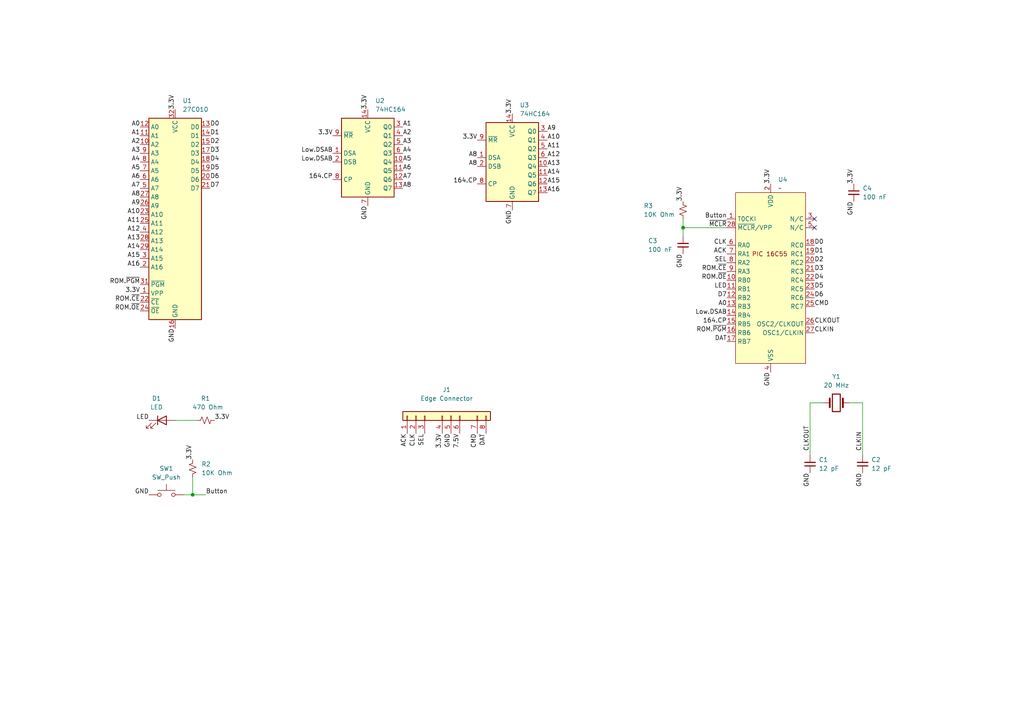
<source format=kicad_sch>
(kicad_sch
	(version 20250114)
	(generator "eeschema")
	(generator_version "9.0")
	(uuid "690f1265-f0d6-4e76-8623-0fc39908e759")
	(paper "A4")
	(lib_symbols
		(symbol "!REF1133:PIC_16C55-RC/SO"
			(exclude_from_sim no)
			(in_bom yes)
			(on_board yes)
			(property "Reference" "U"
				(at 0 -1.27 0)
				(effects
					(font
						(size 1.27 1.27)
					)
				)
			)
			(property "Value" ""
				(at 0 0 0)
				(effects
					(font
						(size 1.27 1.27)
					)
				)
			)
			(property "Footprint" ""
				(at 0 0 0)
				(effects
					(font
						(size 1.27 1.27)
					)
					(hide yes)
				)
			)
			(property "Datasheet" ""
				(at 0 0 0)
				(effects
					(font
						(size 1.27 1.27)
					)
					(hide yes)
				)
			)
			(property "Description" ""
				(at 0 0 0)
				(effects
					(font
						(size 1.27 1.27)
					)
					(hide yes)
				)
			)
			(symbol "PIC_16C55-RC/SO_0_0"
				(pin input line
					(at -12.7 19.05 0)
					(length 2.54)
					(name "T0CKI"
						(effects
							(font
								(size 1.27 1.27)
							)
						)
					)
					(number "1"
						(effects
							(font
								(size 1.27 1.27)
							)
						)
					)
				)
				(pin input line
					(at -12.7 16.51 0)
					(length 2.54)
					(name "~{MCLR}/VPP"
						(effects
							(font
								(size 1.27 1.27)
							)
						)
					)
					(number "28"
						(effects
							(font
								(size 1.27 1.27)
							)
						)
					)
				)
				(pin bidirectional line
					(at -12.7 11.43 0)
					(length 2.54)
					(name "RA0"
						(effects
							(font
								(size 1.27 1.27)
							)
						)
					)
					(number "6"
						(effects
							(font
								(size 1.27 1.27)
							)
						)
					)
				)
				(pin bidirectional line
					(at -12.7 8.89 0)
					(length 2.54)
					(name "RA1"
						(effects
							(font
								(size 1.27 1.27)
							)
						)
					)
					(number "7"
						(effects
							(font
								(size 1.27 1.27)
							)
						)
					)
				)
				(pin bidirectional line
					(at -12.7 6.35 0)
					(length 2.54)
					(name "RA2"
						(effects
							(font
								(size 1.27 1.27)
							)
						)
					)
					(number "8"
						(effects
							(font
								(size 1.27 1.27)
							)
						)
					)
				)
				(pin bidirectional line
					(at -12.7 3.81 0)
					(length 2.54)
					(name "RA3"
						(effects
							(font
								(size 1.27 1.27)
							)
						)
					)
					(number "9"
						(effects
							(font
								(size 1.27 1.27)
							)
						)
					)
				)
				(pin bidirectional line
					(at -12.7 1.27 0)
					(length 2.54)
					(name "RB0"
						(effects
							(font
								(size 1.27 1.27)
							)
						)
					)
					(number "10"
						(effects
							(font
								(size 1.27 1.27)
							)
						)
					)
				)
				(pin bidirectional line
					(at -12.7 -1.27 0)
					(length 2.54)
					(name "RB1"
						(effects
							(font
								(size 1.27 1.27)
							)
						)
					)
					(number "11"
						(effects
							(font
								(size 1.27 1.27)
							)
						)
					)
				)
				(pin bidirectional line
					(at -12.7 -3.81 0)
					(length 2.54)
					(name "RB2"
						(effects
							(font
								(size 1.27 1.27)
							)
						)
					)
					(number "12"
						(effects
							(font
								(size 1.27 1.27)
							)
						)
					)
				)
				(pin bidirectional line
					(at -12.7 -6.35 0)
					(length 2.54)
					(name "RB3"
						(effects
							(font
								(size 1.27 1.27)
							)
						)
					)
					(number "13"
						(effects
							(font
								(size 1.27 1.27)
							)
						)
					)
				)
				(pin bidirectional line
					(at -12.7 -8.89 0)
					(length 2.54)
					(name "RB4"
						(effects
							(font
								(size 1.27 1.27)
							)
						)
					)
					(number "14"
						(effects
							(font
								(size 1.27 1.27)
							)
						)
					)
				)
				(pin bidirectional line
					(at -12.7 -11.43 0)
					(length 2.54)
					(name "RB5"
						(effects
							(font
								(size 1.27 1.27)
							)
						)
					)
					(number "15"
						(effects
							(font
								(size 1.27 1.27)
							)
						)
					)
				)
				(pin bidirectional line
					(at -12.7 -13.97 0)
					(length 2.54)
					(name "RB6"
						(effects
							(font
								(size 1.27 1.27)
							)
						)
					)
					(number "16"
						(effects
							(font
								(size 1.27 1.27)
							)
						)
					)
				)
				(pin bidirectional line
					(at -12.7 -16.51 0)
					(length 2.54)
					(name "RB7"
						(effects
							(font
								(size 1.27 1.27)
							)
						)
					)
					(number "17"
						(effects
							(font
								(size 1.27 1.27)
							)
						)
					)
				)
				(pin input line
					(at 0 29.21 270)
					(length 2.54)
					(name "VDD"
						(effects
							(font
								(size 1.27 1.27)
							)
						)
					)
					(number "2"
						(effects
							(font
								(size 1.27 1.27)
							)
						)
					)
				)
				(pin power_in line
					(at 0 -25.4 90)
					(length 2.54)
					(name "VSS"
						(effects
							(font
								(size 1.27 1.27)
							)
						)
					)
					(number "4"
						(effects
							(font
								(size 1.27 1.27)
							)
						)
					)
				)
				(pin passive line
					(at 12.7 19.05 180)
					(length 2.54)
					(name "N/C"
						(effects
							(font
								(size 1.27 1.27)
							)
						)
					)
					(number "3"
						(effects
							(font
								(size 1.27 1.27)
							)
						)
					)
				)
				(pin passive line
					(at 12.7 16.51 180)
					(length 2.54)
					(name "N/C"
						(effects
							(font
								(size 1.27 1.27)
							)
						)
					)
					(number "5"
						(effects
							(font
								(size 1.27 1.27)
							)
						)
					)
				)
				(pin bidirectional line
					(at 12.7 11.43 180)
					(length 2.54)
					(name "RC0"
						(effects
							(font
								(size 1.27 1.27)
							)
						)
					)
					(number "18"
						(effects
							(font
								(size 1.27 1.27)
							)
						)
					)
				)
				(pin bidirectional line
					(at 12.7 8.89 180)
					(length 2.54)
					(name "RC1"
						(effects
							(font
								(size 1.27 1.27)
							)
						)
					)
					(number "19"
						(effects
							(font
								(size 1.27 1.27)
							)
						)
					)
				)
				(pin bidirectional line
					(at 12.7 6.35 180)
					(length 2.54)
					(name "RC2"
						(effects
							(font
								(size 1.27 1.27)
							)
						)
					)
					(number "20"
						(effects
							(font
								(size 1.27 1.27)
							)
						)
					)
				)
				(pin bidirectional line
					(at 12.7 3.81 180)
					(length 2.54)
					(name "RC3"
						(effects
							(font
								(size 1.27 1.27)
							)
						)
					)
					(number "21"
						(effects
							(font
								(size 1.27 1.27)
							)
						)
					)
				)
				(pin bidirectional line
					(at 12.7 1.27 180)
					(length 2.54)
					(name "RC4"
						(effects
							(font
								(size 1.27 1.27)
							)
						)
					)
					(number "22"
						(effects
							(font
								(size 1.27 1.27)
							)
						)
					)
				)
				(pin bidirectional line
					(at 12.7 -1.27 180)
					(length 2.54)
					(name "RC5"
						(effects
							(font
								(size 1.27 1.27)
							)
						)
					)
					(number "23"
						(effects
							(font
								(size 1.27 1.27)
							)
						)
					)
				)
				(pin bidirectional line
					(at 12.7 -3.81 180)
					(length 2.54)
					(name "RC6"
						(effects
							(font
								(size 1.27 1.27)
							)
						)
					)
					(number "24"
						(effects
							(font
								(size 1.27 1.27)
							)
						)
					)
				)
				(pin bidirectional line
					(at 12.7 -6.35 180)
					(length 2.54)
					(name "RC7"
						(effects
							(font
								(size 1.27 1.27)
							)
						)
					)
					(number "25"
						(effects
							(font
								(size 1.27 1.27)
							)
						)
					)
				)
				(pin output line
					(at 12.7 -11.43 180)
					(length 2.54)
					(name "OSC2/CLKOUT"
						(effects
							(font
								(size 1.27 1.27)
							)
						)
					)
					(number "26"
						(effects
							(font
								(size 1.27 1.27)
							)
						)
					)
				)
				(pin input line
					(at 12.7 -13.97 180)
					(length 2.54)
					(name "OSC1/CLKIN"
						(effects
							(font
								(size 1.27 1.27)
							)
						)
					)
					(number "27"
						(effects
							(font
								(size 1.27 1.27)
							)
						)
					)
				)
			)
			(symbol "PIC_16C55-RC/SO_1_1"
				(rectangle
					(start -10.16 26.67)
					(end 10.16 -22.86)
					(stroke
						(width 0)
						(type solid)
					)
					(fill
						(type background)
					)
				)
				(text "PIC 16C55"
					(at -0.254 8.89 0)
					(effects
						(font
							(size 1.27 1.27)
						)
					)
				)
			)
			(embedded_fonts no)
		)
		(symbol "74xx:74HC164"
			(exclude_from_sim no)
			(in_bom yes)
			(on_board yes)
			(property "Reference" "U"
				(at 1.905 -13.97 0)
				(effects
					(font
						(size 1.27 1.27)
					)
					(justify left)
				)
			)
			(property "Value" "74HC164"
				(at 1.905 -16.51 0)
				(effects
					(font
						(size 1.27 1.27)
					)
					(justify left)
				)
			)
			(property "Footprint" ""
				(at 22.86 -7.62 0)
				(effects
					(font
						(size 1.27 1.27)
					)
					(hide yes)
				)
			)
			(property "Datasheet" "https://assets.nexperia.com/documents/data-sheet/74HC_HCT164.pdf"
				(at 22.86 -7.62 0)
				(effects
					(font
						(size 1.27 1.27)
					)
					(hide yes)
				)
			)
			(property "Description" "8-bit serial-in parallel-out shift register"
				(at 0 0 0)
				(effects
					(font
						(size 1.27 1.27)
					)
					(hide yes)
				)
			)
			(property "ki_keywords" "8-bit shift register"
				(at 0 0 0)
				(effects
					(font
						(size 1.27 1.27)
					)
					(hide yes)
				)
			)
			(property "ki_fp_filters" "SOIC*3.9x8.7*P1.27mm* ?SSOP*P0.65mm* DIP*W7.62mm*"
				(at 0 0 0)
				(effects
					(font
						(size 1.27 1.27)
					)
					(hide yes)
				)
			)
			(symbol "74HC164_0_1"
				(rectangle
					(start 7.62 10.16)
					(end -7.62 -12.7)
					(stroke
						(width 0.254)
						(type default)
					)
					(fill
						(type background)
					)
				)
			)
			(symbol "74HC164_1_1"
				(pin input line
					(at -10.16 5.08 0)
					(length 2.54)
					(name "~{MR}"
						(effects
							(font
								(size 1.27 1.27)
							)
						)
					)
					(number "9"
						(effects
							(font
								(size 1.27 1.27)
							)
						)
					)
				)
				(pin input line
					(at -10.16 0 0)
					(length 2.54)
					(name "DSA"
						(effects
							(font
								(size 1.27 1.27)
							)
						)
					)
					(number "1"
						(effects
							(font
								(size 1.27 1.27)
							)
						)
					)
				)
				(pin input line
					(at -10.16 -2.54 0)
					(length 2.54)
					(name "DSB"
						(effects
							(font
								(size 1.27 1.27)
							)
						)
					)
					(number "2"
						(effects
							(font
								(size 1.27 1.27)
							)
						)
					)
				)
				(pin input line
					(at -10.16 -7.62 0)
					(length 2.54)
					(name "CP"
						(effects
							(font
								(size 1.27 1.27)
							)
						)
					)
					(number "8"
						(effects
							(font
								(size 1.27 1.27)
							)
						)
					)
				)
				(pin power_in line
					(at 0 12.7 270)
					(length 2.54)
					(name "VCC"
						(effects
							(font
								(size 1.27 1.27)
							)
						)
					)
					(number "14"
						(effects
							(font
								(size 1.27 1.27)
							)
						)
					)
				)
				(pin power_in line
					(at 0 -15.24 90)
					(length 2.54)
					(name "GND"
						(effects
							(font
								(size 1.27 1.27)
							)
						)
					)
					(number "7"
						(effects
							(font
								(size 1.27 1.27)
							)
						)
					)
				)
				(pin output line
					(at 10.16 7.62 180)
					(length 2.54)
					(name "Q0"
						(effects
							(font
								(size 1.27 1.27)
							)
						)
					)
					(number "3"
						(effects
							(font
								(size 1.27 1.27)
							)
						)
					)
				)
				(pin output line
					(at 10.16 5.08 180)
					(length 2.54)
					(name "Q1"
						(effects
							(font
								(size 1.27 1.27)
							)
						)
					)
					(number "4"
						(effects
							(font
								(size 1.27 1.27)
							)
						)
					)
				)
				(pin output line
					(at 10.16 2.54 180)
					(length 2.54)
					(name "Q2"
						(effects
							(font
								(size 1.27 1.27)
							)
						)
					)
					(number "5"
						(effects
							(font
								(size 1.27 1.27)
							)
						)
					)
				)
				(pin output line
					(at 10.16 0 180)
					(length 2.54)
					(name "Q3"
						(effects
							(font
								(size 1.27 1.27)
							)
						)
					)
					(number "6"
						(effects
							(font
								(size 1.27 1.27)
							)
						)
					)
				)
				(pin output line
					(at 10.16 -2.54 180)
					(length 2.54)
					(name "Q4"
						(effects
							(font
								(size 1.27 1.27)
							)
						)
					)
					(number "10"
						(effects
							(font
								(size 1.27 1.27)
							)
						)
					)
				)
				(pin output line
					(at 10.16 -5.08 180)
					(length 2.54)
					(name "Q5"
						(effects
							(font
								(size 1.27 1.27)
							)
						)
					)
					(number "11"
						(effects
							(font
								(size 1.27 1.27)
							)
						)
					)
				)
				(pin output line
					(at 10.16 -7.62 180)
					(length 2.54)
					(name "Q6"
						(effects
							(font
								(size 1.27 1.27)
							)
						)
					)
					(number "12"
						(effects
							(font
								(size 1.27 1.27)
							)
						)
					)
				)
				(pin output line
					(at 10.16 -10.16 180)
					(length 2.54)
					(name "Q7"
						(effects
							(font
								(size 1.27 1.27)
							)
						)
					)
					(number "13"
						(effects
							(font
								(size 1.27 1.27)
							)
						)
					)
				)
			)
			(embedded_fonts no)
		)
		(symbol "Connector_Generic:Conn_01x08"
			(pin_names
				(offset 1.016)
				(hide yes)
			)
			(exclude_from_sim no)
			(in_bom yes)
			(on_board yes)
			(property "Reference" "J1"
				(at 6.35 -1.27 90)
				(effects
					(font
						(size 1.27 1.27)
					)
				)
			)
			(property "Value" "Conn_01x08"
				(at 3.81 -1.27 90)
				(effects
					(font
						(size 1.27 1.27)
					)
				)
			)
			(property "Footprint" ""
				(at 0 0 0)
				(effects
					(font
						(size 1.27 1.27)
					)
					(hide yes)
				)
			)
			(property "Datasheet" "~"
				(at 0 0 0)
				(effects
					(font
						(size 1.27 1.27)
					)
					(hide yes)
				)
			)
			(property "Description" "Generic connector, single row, 01x08, script generated (kicad-library-utils/schlib/autogen/connector/)"
				(at -1.27 11.684 0)
				(effects
					(font
						(size 1.27 1.27)
					)
					(hide yes)
				)
			)
			(property "ki_keywords" "connector"
				(at 0 0 0)
				(effects
					(font
						(size 1.27 1.27)
					)
					(hide yes)
				)
			)
			(property "ki_fp_filters" "Connector*:*_1x??_*"
				(at 0 0 0)
				(effects
					(font
						(size 1.27 1.27)
					)
					(hide yes)
				)
			)
			(symbol "Conn_01x08_1_1"
				(rectangle
					(start -1.27 8.89)
					(end 1.27 -16.51)
					(stroke
						(width 0.254)
						(type default)
					)
					(fill
						(type background)
					)
				)
				(rectangle
					(start -1.27 7.747)
					(end 0 7.493)
					(stroke
						(width 0.1524)
						(type default)
					)
					(fill
						(type none)
					)
				)
				(rectangle
					(start -1.27 5.207)
					(end 0 4.953)
					(stroke
						(width 0.1524)
						(type default)
					)
					(fill
						(type none)
					)
				)
				(rectangle
					(start -1.27 2.667)
					(end 0 2.413)
					(stroke
						(width 0.1524)
						(type default)
					)
					(fill
						(type none)
					)
				)
				(rectangle
					(start -1.27 -2.413)
					(end 0 -2.667)
					(stroke
						(width 0.1524)
						(type default)
					)
					(fill
						(type none)
					)
				)
				(rectangle
					(start -1.27 -4.953)
					(end 0 -5.207)
					(stroke
						(width 0.1524)
						(type default)
					)
					(fill
						(type none)
					)
				)
				(rectangle
					(start -1.27 -7.493)
					(end 0 -7.747)
					(stroke
						(width 0.1524)
						(type default)
					)
					(fill
						(type none)
					)
				)
				(rectangle
					(start -1.27 -12.573)
					(end 0 -12.827)
					(stroke
						(width 0.1524)
						(type default)
					)
					(fill
						(type none)
					)
				)
				(rectangle
					(start -1.27 -15.113)
					(end 0 -15.367)
					(stroke
						(width 0.1524)
						(type default)
					)
					(fill
						(type none)
					)
				)
				(pin passive line
					(at -5.08 7.62 0)
					(length 3.81)
					(name "Pin_1"
						(effects
							(font
								(size 1.27 1.27)
							)
						)
					)
					(number "1"
						(effects
							(font
								(size 1.27 1.27)
							)
						)
					)
				)
				(pin passive line
					(at -5.08 5.08 0)
					(length 3.81)
					(name "Pin_2"
						(effects
							(font
								(size 1.27 1.27)
							)
						)
					)
					(number "2"
						(effects
							(font
								(size 1.27 1.27)
							)
						)
					)
				)
				(pin passive line
					(at -5.08 2.54 0)
					(length 3.81)
					(name "Pin_3"
						(effects
							(font
								(size 1.27 1.27)
							)
						)
					)
					(number "3"
						(effects
							(font
								(size 1.27 1.27)
							)
						)
					)
				)
				(pin passive line
					(at -5.08 -2.54 0)
					(length 3.81)
					(name "Pin_4"
						(effects
							(font
								(size 1.27 1.27)
							)
						)
					)
					(number "4"
						(effects
							(font
								(size 1.27 1.27)
							)
						)
					)
				)
				(pin passive line
					(at -5.08 -5.08 0)
					(length 3.81)
					(name "Pin_5"
						(effects
							(font
								(size 1.27 1.27)
							)
						)
					)
					(number "5"
						(effects
							(font
								(size 1.27 1.27)
							)
						)
					)
				)
				(pin passive line
					(at -5.08 -7.62 0)
					(length 3.81)
					(name "Pin_6"
						(effects
							(font
								(size 1.27 1.27)
							)
						)
					)
					(number "6"
						(effects
							(font
								(size 1.27 1.27)
							)
						)
					)
				)
				(pin passive line
					(at -5.08 -12.7 0)
					(length 3.81)
					(name "Pin_7"
						(effects
							(font
								(size 1.27 1.27)
							)
						)
					)
					(number "7"
						(effects
							(font
								(size 1.27 1.27)
							)
						)
					)
				)
				(pin passive line
					(at -5.08 -15.24 0)
					(length 3.81)
					(name "Pin_8"
						(effects
							(font
								(size 1.27 1.27)
							)
						)
					)
					(number "8"
						(effects
							(font
								(size 1.27 1.27)
							)
						)
					)
				)
			)
			(embedded_fonts no)
		)
		(symbol "Device:C_Small"
			(pin_numbers
				(hide yes)
			)
			(pin_names
				(offset 0.254)
				(hide yes)
			)
			(exclude_from_sim no)
			(in_bom yes)
			(on_board yes)
			(property "Reference" "C"
				(at 0.254 1.778 0)
				(effects
					(font
						(size 1.27 1.27)
					)
					(justify left)
				)
			)
			(property "Value" "C_Small"
				(at 0.254 -2.032 0)
				(effects
					(font
						(size 1.27 1.27)
					)
					(justify left)
				)
			)
			(property "Footprint" ""
				(at 0 0 0)
				(effects
					(font
						(size 1.27 1.27)
					)
					(hide yes)
				)
			)
			(property "Datasheet" "~"
				(at 0 0 0)
				(effects
					(font
						(size 1.27 1.27)
					)
					(hide yes)
				)
			)
			(property "Description" "Unpolarized capacitor, small symbol"
				(at 0 0 0)
				(effects
					(font
						(size 1.27 1.27)
					)
					(hide yes)
				)
			)
			(property "ki_keywords" "capacitor cap"
				(at 0 0 0)
				(effects
					(font
						(size 1.27 1.27)
					)
					(hide yes)
				)
			)
			(property "ki_fp_filters" "C_*"
				(at 0 0 0)
				(effects
					(font
						(size 1.27 1.27)
					)
					(hide yes)
				)
			)
			(symbol "C_Small_0_1"
				(polyline
					(pts
						(xy -1.524 0.508) (xy 1.524 0.508)
					)
					(stroke
						(width 0.3048)
						(type default)
					)
					(fill
						(type none)
					)
				)
				(polyline
					(pts
						(xy -1.524 -0.508) (xy 1.524 -0.508)
					)
					(stroke
						(width 0.3302)
						(type default)
					)
					(fill
						(type none)
					)
				)
			)
			(symbol "C_Small_1_1"
				(pin passive line
					(at 0 2.54 270)
					(length 2.032)
					(name "~"
						(effects
							(font
								(size 1.27 1.27)
							)
						)
					)
					(number "1"
						(effects
							(font
								(size 1.27 1.27)
							)
						)
					)
				)
				(pin passive line
					(at 0 -2.54 90)
					(length 2.032)
					(name "~"
						(effects
							(font
								(size 1.27 1.27)
							)
						)
					)
					(number "2"
						(effects
							(font
								(size 1.27 1.27)
							)
						)
					)
				)
			)
			(embedded_fonts no)
		)
		(symbol "Device:Crystal"
			(pin_numbers
				(hide yes)
			)
			(pin_names
				(offset 1.016)
				(hide yes)
			)
			(exclude_from_sim no)
			(in_bom yes)
			(on_board yes)
			(property "Reference" "Y"
				(at 0 3.81 0)
				(effects
					(font
						(size 1.27 1.27)
					)
				)
			)
			(property "Value" "Crystal"
				(at 0 -3.81 0)
				(effects
					(font
						(size 1.27 1.27)
					)
				)
			)
			(property "Footprint" ""
				(at 0 0 0)
				(effects
					(font
						(size 1.27 1.27)
					)
					(hide yes)
				)
			)
			(property "Datasheet" "~"
				(at 0 0 0)
				(effects
					(font
						(size 1.27 1.27)
					)
					(hide yes)
				)
			)
			(property "Description" "Two pin crystal"
				(at 0 0 0)
				(effects
					(font
						(size 1.27 1.27)
					)
					(hide yes)
				)
			)
			(property "ki_keywords" "quartz ceramic resonator oscillator"
				(at 0 0 0)
				(effects
					(font
						(size 1.27 1.27)
					)
					(hide yes)
				)
			)
			(property "ki_fp_filters" "Crystal*"
				(at 0 0 0)
				(effects
					(font
						(size 1.27 1.27)
					)
					(hide yes)
				)
			)
			(symbol "Crystal_0_1"
				(polyline
					(pts
						(xy -2.54 0) (xy -1.905 0)
					)
					(stroke
						(width 0)
						(type default)
					)
					(fill
						(type none)
					)
				)
				(polyline
					(pts
						(xy -1.905 -1.27) (xy -1.905 1.27)
					)
					(stroke
						(width 0.508)
						(type default)
					)
					(fill
						(type none)
					)
				)
				(rectangle
					(start -1.143 2.54)
					(end 1.143 -2.54)
					(stroke
						(width 0.3048)
						(type default)
					)
					(fill
						(type none)
					)
				)
				(polyline
					(pts
						(xy 1.905 -1.27) (xy 1.905 1.27)
					)
					(stroke
						(width 0.508)
						(type default)
					)
					(fill
						(type none)
					)
				)
				(polyline
					(pts
						(xy 2.54 0) (xy 1.905 0)
					)
					(stroke
						(width 0)
						(type default)
					)
					(fill
						(type none)
					)
				)
			)
			(symbol "Crystal_1_1"
				(pin passive line
					(at -3.81 0 0)
					(length 1.27)
					(name "1"
						(effects
							(font
								(size 1.27 1.27)
							)
						)
					)
					(number "1"
						(effects
							(font
								(size 1.27 1.27)
							)
						)
					)
				)
				(pin passive line
					(at 3.81 0 180)
					(length 1.27)
					(name "2"
						(effects
							(font
								(size 1.27 1.27)
							)
						)
					)
					(number "2"
						(effects
							(font
								(size 1.27 1.27)
							)
						)
					)
				)
			)
			(embedded_fonts no)
		)
		(symbol "Device:LED"
			(pin_numbers
				(hide yes)
			)
			(pin_names
				(offset 1.016)
				(hide yes)
			)
			(exclude_from_sim no)
			(in_bom yes)
			(on_board yes)
			(property "Reference" "D"
				(at 0 2.54 0)
				(effects
					(font
						(size 1.27 1.27)
					)
				)
			)
			(property "Value" "LED"
				(at 0 -2.54 0)
				(effects
					(font
						(size 1.27 1.27)
					)
				)
			)
			(property "Footprint" ""
				(at 0 0 0)
				(effects
					(font
						(size 1.27 1.27)
					)
					(hide yes)
				)
			)
			(property "Datasheet" "~"
				(at 0 0 0)
				(effects
					(font
						(size 1.27 1.27)
					)
					(hide yes)
				)
			)
			(property "Description" "Light emitting diode"
				(at 0 0 0)
				(effects
					(font
						(size 1.27 1.27)
					)
					(hide yes)
				)
			)
			(property "Sim.Pins" "1=K 2=A"
				(at 0 0 0)
				(effects
					(font
						(size 1.27 1.27)
					)
					(hide yes)
				)
			)
			(property "ki_keywords" "LED diode"
				(at 0 0 0)
				(effects
					(font
						(size 1.27 1.27)
					)
					(hide yes)
				)
			)
			(property "ki_fp_filters" "LED* LED_SMD:* LED_THT:*"
				(at 0 0 0)
				(effects
					(font
						(size 1.27 1.27)
					)
					(hide yes)
				)
			)
			(symbol "LED_0_1"
				(polyline
					(pts
						(xy -3.048 -0.762) (xy -4.572 -2.286) (xy -3.81 -2.286) (xy -4.572 -2.286) (xy -4.572 -1.524)
					)
					(stroke
						(width 0)
						(type default)
					)
					(fill
						(type none)
					)
				)
				(polyline
					(pts
						(xy -1.778 -0.762) (xy -3.302 -2.286) (xy -2.54 -2.286) (xy -3.302 -2.286) (xy -3.302 -1.524)
					)
					(stroke
						(width 0)
						(type default)
					)
					(fill
						(type none)
					)
				)
				(polyline
					(pts
						(xy -1.27 0) (xy 1.27 0)
					)
					(stroke
						(width 0)
						(type default)
					)
					(fill
						(type none)
					)
				)
				(polyline
					(pts
						(xy -1.27 -1.27) (xy -1.27 1.27)
					)
					(stroke
						(width 0.254)
						(type default)
					)
					(fill
						(type none)
					)
				)
				(polyline
					(pts
						(xy 1.27 -1.27) (xy 1.27 1.27) (xy -1.27 0) (xy 1.27 -1.27)
					)
					(stroke
						(width 0.254)
						(type default)
					)
					(fill
						(type none)
					)
				)
			)
			(symbol "LED_1_1"
				(pin passive line
					(at -3.81 0 0)
					(length 2.54)
					(name "K"
						(effects
							(font
								(size 1.27 1.27)
							)
						)
					)
					(number "1"
						(effects
							(font
								(size 1.27 1.27)
							)
						)
					)
				)
				(pin passive line
					(at 3.81 0 180)
					(length 2.54)
					(name "A"
						(effects
							(font
								(size 1.27 1.27)
							)
						)
					)
					(number "2"
						(effects
							(font
								(size 1.27 1.27)
							)
						)
					)
				)
			)
			(embedded_fonts no)
		)
		(symbol "Device:R_Small_US"
			(pin_numbers
				(hide yes)
			)
			(pin_names
				(offset 0.254)
				(hide yes)
			)
			(exclude_from_sim no)
			(in_bom yes)
			(on_board yes)
			(property "Reference" "R"
				(at 0.762 0.508 0)
				(effects
					(font
						(size 1.27 1.27)
					)
					(justify left)
				)
			)
			(property "Value" "R_Small_US"
				(at 0.762 -1.016 0)
				(effects
					(font
						(size 1.27 1.27)
					)
					(justify left)
				)
			)
			(property "Footprint" ""
				(at 0 0 0)
				(effects
					(font
						(size 1.27 1.27)
					)
					(hide yes)
				)
			)
			(property "Datasheet" "~"
				(at 0 0 0)
				(effects
					(font
						(size 1.27 1.27)
					)
					(hide yes)
				)
			)
			(property "Description" "Resistor, small US symbol"
				(at 0 0 0)
				(effects
					(font
						(size 1.27 1.27)
					)
					(hide yes)
				)
			)
			(property "ki_keywords" "r resistor"
				(at 0 0 0)
				(effects
					(font
						(size 1.27 1.27)
					)
					(hide yes)
				)
			)
			(property "ki_fp_filters" "R_*"
				(at 0 0 0)
				(effects
					(font
						(size 1.27 1.27)
					)
					(hide yes)
				)
			)
			(symbol "R_Small_US_1_1"
				(polyline
					(pts
						(xy 0 1.524) (xy 1.016 1.143) (xy 0 0.762) (xy -1.016 0.381) (xy 0 0)
					)
					(stroke
						(width 0)
						(type default)
					)
					(fill
						(type none)
					)
				)
				(polyline
					(pts
						(xy 0 0) (xy 1.016 -0.381) (xy 0 -0.762) (xy -1.016 -1.143) (xy 0 -1.524)
					)
					(stroke
						(width 0)
						(type default)
					)
					(fill
						(type none)
					)
				)
				(pin passive line
					(at 0 2.54 270)
					(length 1.016)
					(name "~"
						(effects
							(font
								(size 1.27 1.27)
							)
						)
					)
					(number "1"
						(effects
							(font
								(size 1.27 1.27)
							)
						)
					)
				)
				(pin passive line
					(at 0 -2.54 90)
					(length 1.016)
					(name "~"
						(effects
							(font
								(size 1.27 1.27)
							)
						)
					)
					(number "2"
						(effects
							(font
								(size 1.27 1.27)
							)
						)
					)
				)
			)
			(embedded_fonts no)
		)
		(symbol "Memory_EPROM:27C010"
			(exclude_from_sim no)
			(in_bom yes)
			(on_board yes)
			(property "Reference" "U"
				(at -7.62 29.21 0)
				(effects
					(font
						(size 1.27 1.27)
					)
				)
			)
			(property "Value" "27C010"
				(at 2.54 -31.75 0)
				(effects
					(font
						(size 1.27 1.27)
					)
					(justify left)
				)
			)
			(property "Footprint" ""
				(at 0 0 0)
				(effects
					(font
						(size 1.27 1.27)
					)
					(hide yes)
				)
			)
			(property "Datasheet" "http://ww1.microchip.com/downloads/en/DeviceDoc/doc0321.pdf"
				(at 0 0 0)
				(effects
					(font
						(size 1.27 1.27)
					)
					(hide yes)
				)
			)
			(property "Description" "OTP EPROM 1 MiBit (128 Ki x 8 Bit)"
				(at 0 0 0)
				(effects
					(font
						(size 1.27 1.27)
					)
					(hide yes)
				)
			)
			(property "ki_keywords" "OTP EPROM 1MiBit"
				(at 0 0 0)
				(effects
					(font
						(size 1.27 1.27)
					)
					(hide yes)
				)
			)
			(property "ki_fp_filters" "DIP*W15.24mm* PLCC*"
				(at 0 0 0)
				(effects
					(font
						(size 1.27 1.27)
					)
					(hide yes)
				)
			)
			(symbol "27C010_1_1"
				(rectangle
					(start -7.62 27.94)
					(end 7.62 -30.48)
					(stroke
						(width 0.254)
						(type default)
					)
					(fill
						(type background)
					)
				)
				(pin input line
					(at -10.16 25.4 0)
					(length 2.54)
					(name "A0"
						(effects
							(font
								(size 1.27 1.27)
							)
						)
					)
					(number "12"
						(effects
							(font
								(size 1.27 1.27)
							)
						)
					)
				)
				(pin input line
					(at -10.16 22.86 0)
					(length 2.54)
					(name "A1"
						(effects
							(font
								(size 1.27 1.27)
							)
						)
					)
					(number "11"
						(effects
							(font
								(size 1.27 1.27)
							)
						)
					)
				)
				(pin input line
					(at -10.16 20.32 0)
					(length 2.54)
					(name "A2"
						(effects
							(font
								(size 1.27 1.27)
							)
						)
					)
					(number "10"
						(effects
							(font
								(size 1.27 1.27)
							)
						)
					)
				)
				(pin input line
					(at -10.16 17.78 0)
					(length 2.54)
					(name "A3"
						(effects
							(font
								(size 1.27 1.27)
							)
						)
					)
					(number "9"
						(effects
							(font
								(size 1.27 1.27)
							)
						)
					)
				)
				(pin input line
					(at -10.16 15.24 0)
					(length 2.54)
					(name "A4"
						(effects
							(font
								(size 1.27 1.27)
							)
						)
					)
					(number "8"
						(effects
							(font
								(size 1.27 1.27)
							)
						)
					)
				)
				(pin input line
					(at -10.16 12.7 0)
					(length 2.54)
					(name "A5"
						(effects
							(font
								(size 1.27 1.27)
							)
						)
					)
					(number "7"
						(effects
							(font
								(size 1.27 1.27)
							)
						)
					)
				)
				(pin input line
					(at -10.16 10.16 0)
					(length 2.54)
					(name "A6"
						(effects
							(font
								(size 1.27 1.27)
							)
						)
					)
					(number "6"
						(effects
							(font
								(size 1.27 1.27)
							)
						)
					)
				)
				(pin input line
					(at -10.16 7.62 0)
					(length 2.54)
					(name "A7"
						(effects
							(font
								(size 1.27 1.27)
							)
						)
					)
					(number "5"
						(effects
							(font
								(size 1.27 1.27)
							)
						)
					)
				)
				(pin input line
					(at -10.16 5.08 0)
					(length 2.54)
					(name "A8"
						(effects
							(font
								(size 1.27 1.27)
							)
						)
					)
					(number "27"
						(effects
							(font
								(size 1.27 1.27)
							)
						)
					)
				)
				(pin input line
					(at -10.16 2.54 0)
					(length 2.54)
					(name "A9"
						(effects
							(font
								(size 1.27 1.27)
							)
						)
					)
					(number "26"
						(effects
							(font
								(size 1.27 1.27)
							)
						)
					)
				)
				(pin input line
					(at -10.16 0 0)
					(length 2.54)
					(name "A10"
						(effects
							(font
								(size 1.27 1.27)
							)
						)
					)
					(number "23"
						(effects
							(font
								(size 1.27 1.27)
							)
						)
					)
				)
				(pin input line
					(at -10.16 -2.54 0)
					(length 2.54)
					(name "A11"
						(effects
							(font
								(size 1.27 1.27)
							)
						)
					)
					(number "25"
						(effects
							(font
								(size 1.27 1.27)
							)
						)
					)
				)
				(pin input line
					(at -10.16 -5.08 0)
					(length 2.54)
					(name "A12"
						(effects
							(font
								(size 1.27 1.27)
							)
						)
					)
					(number "4"
						(effects
							(font
								(size 1.27 1.27)
							)
						)
					)
				)
				(pin input line
					(at -10.16 -7.62 0)
					(length 2.54)
					(name "A13"
						(effects
							(font
								(size 1.27 1.27)
							)
						)
					)
					(number "28"
						(effects
							(font
								(size 1.27 1.27)
							)
						)
					)
				)
				(pin input line
					(at -10.16 -10.16 0)
					(length 2.54)
					(name "A14"
						(effects
							(font
								(size 1.27 1.27)
							)
						)
					)
					(number "29"
						(effects
							(font
								(size 1.27 1.27)
							)
						)
					)
				)
				(pin input line
					(at -10.16 -12.7 0)
					(length 2.54)
					(name "A15"
						(effects
							(font
								(size 1.27 1.27)
							)
						)
					)
					(number "3"
						(effects
							(font
								(size 1.27 1.27)
							)
						)
					)
				)
				(pin input line
					(at -10.16 -15.24 0)
					(length 2.54)
					(name "A16"
						(effects
							(font
								(size 1.27 1.27)
							)
						)
					)
					(number "2"
						(effects
							(font
								(size 1.27 1.27)
							)
						)
					)
				)
				(pin input line
					(at -10.16 -20.32 0)
					(length 2.54)
					(name "~{PGM}"
						(effects
							(font
								(size 1.27 1.27)
							)
						)
					)
					(number "31"
						(effects
							(font
								(size 1.27 1.27)
							)
						)
					)
				)
				(pin input line
					(at -10.16 -22.86 0)
					(length 2.54)
					(name "VPP"
						(effects
							(font
								(size 1.27 1.27)
							)
						)
					)
					(number "1"
						(effects
							(font
								(size 1.27 1.27)
							)
						)
					)
				)
				(pin input line
					(at -10.16 -25.4 0)
					(length 2.54)
					(name "~{CE}"
						(effects
							(font
								(size 1.27 1.27)
							)
						)
					)
					(number "22"
						(effects
							(font
								(size 1.27 1.27)
							)
						)
					)
				)
				(pin input line
					(at -10.16 -27.94 0)
					(length 2.54)
					(name "~{OE}"
						(effects
							(font
								(size 1.27 1.27)
							)
						)
					)
					(number "24"
						(effects
							(font
								(size 1.27 1.27)
							)
						)
					)
				)
				(pin power_in line
					(at 0 30.48 270)
					(length 2.54)
					(name "VCC"
						(effects
							(font
								(size 1.27 1.27)
							)
						)
					)
					(number "32"
						(effects
							(font
								(size 1.27 1.27)
							)
						)
					)
				)
				(pin power_in line
					(at 0 -33.02 90)
					(length 2.54)
					(name "GND"
						(effects
							(font
								(size 1.27 1.27)
							)
						)
					)
					(number "16"
						(effects
							(font
								(size 1.27 1.27)
							)
						)
					)
				)
				(pin tri_state line
					(at 10.16 25.4 180)
					(length 2.54)
					(name "D0"
						(effects
							(font
								(size 1.27 1.27)
							)
						)
					)
					(number "13"
						(effects
							(font
								(size 1.27 1.27)
							)
						)
					)
				)
				(pin tri_state line
					(at 10.16 22.86 180)
					(length 2.54)
					(name "D1"
						(effects
							(font
								(size 1.27 1.27)
							)
						)
					)
					(number "14"
						(effects
							(font
								(size 1.27 1.27)
							)
						)
					)
				)
				(pin tri_state line
					(at 10.16 20.32 180)
					(length 2.54)
					(name "D2"
						(effects
							(font
								(size 1.27 1.27)
							)
						)
					)
					(number "15"
						(effects
							(font
								(size 1.27 1.27)
							)
						)
					)
				)
				(pin tri_state line
					(at 10.16 17.78 180)
					(length 2.54)
					(name "D3"
						(effects
							(font
								(size 1.27 1.27)
							)
						)
					)
					(number "17"
						(effects
							(font
								(size 1.27 1.27)
							)
						)
					)
				)
				(pin tri_state line
					(at 10.16 15.24 180)
					(length 2.54)
					(name "D4"
						(effects
							(font
								(size 1.27 1.27)
							)
						)
					)
					(number "18"
						(effects
							(font
								(size 1.27 1.27)
							)
						)
					)
				)
				(pin tri_state line
					(at 10.16 12.7 180)
					(length 2.54)
					(name "D5"
						(effects
							(font
								(size 1.27 1.27)
							)
						)
					)
					(number "19"
						(effects
							(font
								(size 1.27 1.27)
							)
						)
					)
				)
				(pin tri_state line
					(at 10.16 10.16 180)
					(length 2.54)
					(name "D6"
						(effects
							(font
								(size 1.27 1.27)
							)
						)
					)
					(number "20"
						(effects
							(font
								(size 1.27 1.27)
							)
						)
					)
				)
				(pin tri_state line
					(at 10.16 7.62 180)
					(length 2.54)
					(name "D7"
						(effects
							(font
								(size 1.27 1.27)
							)
						)
					)
					(number "21"
						(effects
							(font
								(size 1.27 1.27)
							)
						)
					)
				)
			)
			(embedded_fonts no)
		)
		(symbol "Switch:SW_Push"
			(pin_numbers
				(hide yes)
			)
			(pin_names
				(offset 1.016)
				(hide yes)
			)
			(exclude_from_sim no)
			(in_bom yes)
			(on_board yes)
			(property "Reference" "SW"
				(at 1.27 2.54 0)
				(effects
					(font
						(size 1.27 1.27)
					)
					(justify left)
				)
			)
			(property "Value" "SW_Push"
				(at 0 -1.524 0)
				(effects
					(font
						(size 1.27 1.27)
					)
				)
			)
			(property "Footprint" ""
				(at 0 5.08 0)
				(effects
					(font
						(size 1.27 1.27)
					)
					(hide yes)
				)
			)
			(property "Datasheet" "~"
				(at 0 5.08 0)
				(effects
					(font
						(size 1.27 1.27)
					)
					(hide yes)
				)
			)
			(property "Description" "Push button switch, generic, two pins"
				(at 0 0 0)
				(effects
					(font
						(size 1.27 1.27)
					)
					(hide yes)
				)
			)
			(property "ki_keywords" "switch normally-open pushbutton push-button"
				(at 0 0 0)
				(effects
					(font
						(size 1.27 1.27)
					)
					(hide yes)
				)
			)
			(symbol "SW_Push_0_1"
				(circle
					(center -2.032 0)
					(radius 0.508)
					(stroke
						(width 0)
						(type default)
					)
					(fill
						(type none)
					)
				)
				(polyline
					(pts
						(xy 0 1.27) (xy 0 3.048)
					)
					(stroke
						(width 0)
						(type default)
					)
					(fill
						(type none)
					)
				)
				(circle
					(center 2.032 0)
					(radius 0.508)
					(stroke
						(width 0)
						(type default)
					)
					(fill
						(type none)
					)
				)
				(polyline
					(pts
						(xy 2.54 1.27) (xy -2.54 1.27)
					)
					(stroke
						(width 0)
						(type default)
					)
					(fill
						(type none)
					)
				)
				(pin passive line
					(at -5.08 0 0)
					(length 2.54)
					(name "1"
						(effects
							(font
								(size 1.27 1.27)
							)
						)
					)
					(number "1"
						(effects
							(font
								(size 1.27 1.27)
							)
						)
					)
				)
				(pin passive line
					(at 5.08 0 180)
					(length 2.54)
					(name "2"
						(effects
							(font
								(size 1.27 1.27)
							)
						)
					)
					(number "2"
						(effects
							(font
								(size 1.27 1.27)
							)
						)
					)
				)
			)
			(embedded_fonts no)
		)
	)
	(junction
		(at 55.88 143.51)
		(diameter 0)
		(color 0 0 0 0)
		(uuid "3ea19a37-f9d7-4924-a9d6-8825e7d83a9a")
	)
	(junction
		(at 198.12 66.04)
		(diameter 0)
		(color 0 0 0 0)
		(uuid "d9e4fa04-9cf8-46c1-8384-b2b30e07d6bc")
	)
	(no_connect
		(at 236.22 63.5)
		(uuid "74ae9350-482b-40c5-98f6-67d9ae2f1759")
	)
	(no_connect
		(at 236.22 66.04)
		(uuid "b0b1629c-4938-448b-ad75-e7ae4057caa0")
	)
	(wire
		(pts
			(xy 238.76 116.84) (xy 234.95 116.84)
		)
		(stroke
			(width 0)
			(type default)
		)
		(uuid "01926a69-409a-48bf-88e8-ea64559565a7")
	)
	(wire
		(pts
			(xy 198.12 63.5) (xy 198.12 66.04)
		)
		(stroke
			(width 0)
			(type default)
		)
		(uuid "0abce289-25cc-4140-a8ef-8326bc5df9c0")
	)
	(wire
		(pts
			(xy 246.38 116.84) (xy 250.19 116.84)
		)
		(stroke
			(width 0)
			(type default)
		)
		(uuid "0c4dc853-63f2-4d6a-b6cd-467a3a989a15")
	)
	(wire
		(pts
			(xy 59.69 143.51) (xy 55.88 143.51)
		)
		(stroke
			(width 0)
			(type default)
		)
		(uuid "0f23b035-ec3e-4728-b2f9-eea6378848dd")
	)
	(wire
		(pts
			(xy 55.88 138.43) (xy 55.88 143.51)
		)
		(stroke
			(width 0)
			(type default)
		)
		(uuid "3a9ba402-f1ea-4734-922d-4fe8bd9ace19")
	)
	(wire
		(pts
			(xy 198.12 68.58) (xy 198.12 66.04)
		)
		(stroke
			(width 0)
			(type default)
		)
		(uuid "64a84884-ab25-4a19-a32f-72f1fb0162ca")
	)
	(wire
		(pts
			(xy 55.88 143.51) (xy 53.34 143.51)
		)
		(stroke
			(width 0)
			(type default)
		)
		(uuid "8a85ad22-55c3-4f4c-9edf-bcbdf1098ad1")
	)
	(wire
		(pts
			(xy 250.19 116.84) (xy 250.19 132.08)
		)
		(stroke
			(width 0)
			(type default)
		)
		(uuid "8fe09717-8b00-47d1-8d25-084b3e494bd3")
	)
	(wire
		(pts
			(xy 198.12 66.04) (xy 210.82 66.04)
		)
		(stroke
			(width 0)
			(type default)
		)
		(uuid "93f6562b-dfd7-41de-bc24-590629d15ab8")
	)
	(wire
		(pts
			(xy 50.8 121.92) (xy 57.15 121.92)
		)
		(stroke
			(width 0)
			(type default)
		)
		(uuid "9985c7f7-5bd5-4718-bd31-370d62996528")
	)
	(wire
		(pts
			(xy 234.95 116.84) (xy 234.95 132.08)
		)
		(stroke
			(width 0)
			(type default)
		)
		(uuid "9bd331de-0ba6-4108-baa5-953c682889eb")
	)
	(label "Low.DSAB"
		(at 210.82 91.44 180)
		(effects
			(font
				(size 1.27 1.27)
			)
			(justify right bottom)
		)
		(uuid "000777fa-b91c-4f19-b153-05b8d440a978")
	)
	(label "D4"
		(at 60.96 46.99 0)
		(effects
			(font
				(size 1.27 1.27)
			)
			(justify left bottom)
		)
		(uuid "0018990a-f352-410e-a797-6701e1156bff")
	)
	(label "3.3V"
		(at 96.52 39.37 180)
		(effects
			(font
				(size 1.27 1.27)
			)
			(justify right bottom)
		)
		(uuid "00f9f30c-15d3-45cb-9848-5175b4b6f7fa")
	)
	(label "GND"
		(at 130.81 125.73 270)
		(effects
			(font
				(size 1.27 1.27)
			)
			(justify right bottom)
		)
		(uuid "01059d77-84fd-46ca-bf6f-9d1f972c998c")
	)
	(label "3.3V"
		(at 50.8 31.75 90)
		(effects
			(font
				(size 1.27 1.27)
			)
			(justify left bottom)
		)
		(uuid "01ed8d22-777c-472f-a8fb-8c737209e55b")
	)
	(label "A13"
		(at 158.75 48.26 0)
		(effects
			(font
				(size 1.27 1.27)
			)
			(justify left bottom)
		)
		(uuid "065ed0ee-342c-4723-bde3-f71bc980cfb2")
	)
	(label "7.5V"
		(at 133.35 125.73 270)
		(effects
			(font
				(size 1.27 1.27)
			)
			(justify right bottom)
		)
		(uuid "144d4438-83e8-4782-acfe-5d5305c03b63")
	)
	(label "CLKOUT"
		(at 236.22 93.98 0)
		(effects
			(font
				(size 1.27 1.27)
			)
			(justify left bottom)
		)
		(uuid "17a039e7-1141-49fe-9af5-701c89f0ccbe")
	)
	(label "DAT"
		(at 210.82 99.06 180)
		(effects
			(font
				(size 1.27 1.27)
			)
			(justify right bottom)
		)
		(uuid "181dd0f7-d098-4644-95dd-b8dbbec97f8b")
	)
	(label "ACK"
		(at 118.11 125.73 270)
		(effects
			(font
				(size 1.27 1.27)
			)
			(justify right bottom)
		)
		(uuid "19e44a0d-d4ee-4355-a78a-4b46f09f50c8")
	)
	(label "D6"
		(at 236.22 86.36 0)
		(effects
			(font
				(size 1.27 1.27)
			)
			(justify left bottom)
		)
		(uuid "1ec67b66-96c7-42b9-bde6-a6209de64165")
	)
	(label "A5"
		(at 40.64 49.53 180)
		(effects
			(font
				(size 1.27 1.27)
			)
			(justify right bottom)
		)
		(uuid "1f284066-db93-4380-a1ad-60e7715e949f")
	)
	(label "ROM.~{CE}"
		(at 210.82 78.74 180)
		(effects
			(font
				(size 1.27 1.27)
			)
			(justify right bottom)
		)
		(uuid "20205f38-2673-43db-b671-5827f16b9ff7")
	)
	(label "A7"
		(at 116.84 52.07 0)
		(effects
			(font
				(size 1.27 1.27)
			)
			(justify left bottom)
		)
		(uuid "27b934bb-449f-4494-9cab-f04e24621c6b")
	)
	(label "3.3V"
		(at 55.88 133.35 90)
		(effects
			(font
				(size 1.27 1.27)
			)
			(justify left bottom)
		)
		(uuid "2a530db1-ece8-4b46-92c8-5fab70f46dfa")
	)
	(label "D1"
		(at 236.22 73.66 0)
		(effects
			(font
				(size 1.27 1.27)
			)
			(justify left bottom)
		)
		(uuid "2e9a5f34-4121-4c48-b0f3-e45bb2ffb98c")
	)
	(label "A4"
		(at 40.64 46.99 180)
		(effects
			(font
				(size 1.27 1.27)
			)
			(justify right bottom)
		)
		(uuid "2f49c3d3-d746-4098-bf8b-3049b2f0191f")
	)
	(label "3.3V"
		(at 138.43 40.64 180)
		(effects
			(font
				(size 1.27 1.27)
			)
			(justify right bottom)
		)
		(uuid "3037260e-7cc8-409a-8964-6d52396baff2")
	)
	(label "ROM.~{PGM}"
		(at 40.64 82.55 180)
		(effects
			(font
				(size 1.27 1.27)
			)
			(justify right bottom)
		)
		(uuid "34b0f57b-1ca8-448e-9b3c-afef374b4360")
	)
	(label "D2"
		(at 236.22 76.2 0)
		(effects
			(font
				(size 1.27 1.27)
			)
			(justify left bottom)
		)
		(uuid "36984c61-d049-4c90-b65e-afa0423e3827")
	)
	(label "Button"
		(at 210.82 63.5 180)
		(effects
			(font
				(size 1.27 1.27)
			)
			(justify right bottom)
		)
		(uuid "36cdc375-fc29-406a-880d-b6f0ecfb42bc")
	)
	(label "D3"
		(at 236.22 78.74 0)
		(effects
			(font
				(size 1.27 1.27)
			)
			(justify left bottom)
		)
		(uuid "398570dc-92b9-48b6-a8bc-60f437cac5e1")
	)
	(label "CLKIN"
		(at 236.22 96.52 0)
		(effects
			(font
				(size 1.27 1.27)
			)
			(justify left bottom)
		)
		(uuid "3c6fbe6b-afc8-4b45-a43b-eefd211dcbbf")
	)
	(label "CLKOUT"
		(at 234.95 130.81 90)
		(effects
			(font
				(size 1.27 1.27)
			)
			(justify left bottom)
		)
		(uuid "3d4cd54a-fc30-408c-a78f-6c33ee3b6c7c")
	)
	(label "A0"
		(at 210.82 88.9 180)
		(effects
			(font
				(size 1.27 1.27)
			)
			(justify right bottom)
		)
		(uuid "3e6c093f-4f76-4590-a731-4df1740fdb8d")
	)
	(label "164.CP"
		(at 96.52 52.07 180)
		(effects
			(font
				(size 1.27 1.27)
			)
			(justify right bottom)
		)
		(uuid "42a2f664-04b6-4856-a802-d90531cebe3f")
	)
	(label "~{MCLR}"
		(at 210.82 66.04 180)
		(effects
			(font
				(size 1.27 1.27)
			)
			(justify right bottom)
		)
		(uuid "43380b01-6527-4f0e-adcf-1cf8cd3cae9d")
	)
	(label "LED"
		(at 210.82 83.82 180)
		(effects
			(font
				(size 1.27 1.27)
			)
			(justify right bottom)
		)
		(uuid "44081321-7b82-408b-a130-11d62ee0df78")
	)
	(label "A11"
		(at 40.64 64.77 180)
		(effects
			(font
				(size 1.27 1.27)
			)
			(justify right bottom)
		)
		(uuid "44e9fc5f-e78b-451d-bd1d-21f5258243e3")
	)
	(label "3.3V"
		(at 148.59 33.02 90)
		(effects
			(font
				(size 1.27 1.27)
			)
			(justify left bottom)
		)
		(uuid "49fbdba4-3487-444b-ac11-d02f90875d5a")
	)
	(label "Low.DSAB"
		(at 96.52 44.45 180)
		(effects
			(font
				(size 1.27 1.27)
			)
			(justify right bottom)
		)
		(uuid "4be117cd-03af-4399-abe7-33618a58797c")
	)
	(label "GND"
		(at 223.52 107.95 270)
		(effects
			(font
				(size 1.27 1.27)
			)
			(justify right bottom)
		)
		(uuid "4c2c6edd-ef75-42f8-b0c2-c0adf251a95b")
	)
	(label "A2"
		(at 40.64 41.91 180)
		(effects
			(font
				(size 1.27 1.27)
			)
			(justify right bottom)
		)
		(uuid "4dd12a10-4b61-493d-a527-b6237c1f8f02")
	)
	(label "A6"
		(at 116.84 49.53 0)
		(effects
			(font
				(size 1.27 1.27)
			)
			(justify left bottom)
		)
		(uuid "4eae013f-b09c-4937-8f57-7e886d8538f3")
	)
	(label "A15"
		(at 158.75 53.34 0)
		(effects
			(font
				(size 1.27 1.27)
			)
			(justify left bottom)
		)
		(uuid "5511a5d0-2581-439c-8277-b3fc92cd3e7d")
	)
	(label "A13"
		(at 40.64 69.85 180)
		(effects
			(font
				(size 1.27 1.27)
			)
			(justify right bottom)
		)
		(uuid "5626e085-4ca1-459f-85ce-f042bb0eba28")
	)
	(label "A8"
		(at 138.43 48.26 180)
		(effects
			(font
				(size 1.27 1.27)
			)
			(justify right bottom)
		)
		(uuid "580f2a3f-58d7-47b9-a7d0-f5e0c55f0350")
	)
	(label "ROM.~{OE}"
		(at 40.64 90.17 180)
		(effects
			(font
				(size 1.27 1.27)
			)
			(justify right bottom)
		)
		(uuid "5c7ea25e-f997-4f37-88ba-4556d6e2478d")
	)
	(label "D0"
		(at 236.22 71.12 0)
		(effects
			(font
				(size 1.27 1.27)
			)
			(justify left bottom)
		)
		(uuid "609aaf3b-7314-429d-9c1c-e6e87bb10a8f")
	)
	(label "A14"
		(at 158.75 50.8 0)
		(effects
			(font
				(size 1.27 1.27)
			)
			(justify left bottom)
		)
		(uuid "6155274f-5257-4f06-9bdf-aae94c994c77")
	)
	(label "GND"
		(at 43.18 143.51 180)
		(effects
			(font
				(size 1.27 1.27)
			)
			(justify right bottom)
		)
		(uuid "61cea3bb-f527-4e70-b081-c9a65c90d652")
	)
	(label "D5"
		(at 236.22 83.82 0)
		(effects
			(font
				(size 1.27 1.27)
			)
			(justify left bottom)
		)
		(uuid "62044d80-7fd4-4dcf-999d-8ce5939826bf")
	)
	(label "3.3V"
		(at 128.27 125.73 270)
		(effects
			(font
				(size 1.27 1.27)
			)
			(justify right bottom)
		)
		(uuid "654b48c7-bedc-47f8-ad55-e41b94449361")
	)
	(label "ROM.~{OE}"
		(at 210.82 81.28 180)
		(effects
			(font
				(size 1.27 1.27)
			)
			(justify right bottom)
		)
		(uuid "669f643c-8aec-45ec-b5a0-6b1cf6291da2")
	)
	(label "A3"
		(at 40.64 44.45 180)
		(effects
			(font
				(size 1.27 1.27)
			)
			(justify right bottom)
		)
		(uuid "6a11f704-253a-492c-837e-8813a248134b")
	)
	(label "DAT"
		(at 140.97 125.73 270)
		(effects
			(font
				(size 1.27 1.27)
			)
			(justify right bottom)
		)
		(uuid "6e867e92-8ae3-4ae7-92f9-afb257a7fb97")
	)
	(label "GND"
		(at 247.65 58.42 270)
		(effects
			(font
				(size 1.27 1.27)
			)
			(justify right bottom)
		)
		(uuid "6fcac599-6590-4783-826e-65e38d6b6a9e")
	)
	(label "D5"
		(at 60.96 49.53 0)
		(effects
			(font
				(size 1.27 1.27)
			)
			(justify left bottom)
		)
		(uuid "75e3221b-8292-45fa-8485-fee374422bf5")
	)
	(label "A12"
		(at 40.64 67.31 180)
		(effects
			(font
				(size 1.27 1.27)
			)
			(justify right bottom)
		)
		(uuid "76d5cf1c-9904-485f-9759-41a4a005567c")
	)
	(label "Low.DSAB"
		(at 96.52 46.99 180)
		(effects
			(font
				(size 1.27 1.27)
			)
			(justify right bottom)
		)
		(uuid "771d5b63-7f0c-42d2-97e6-0a1ebe45c73b")
	)
	(label "A0"
		(at 40.64 36.83 180)
		(effects
			(font
				(size 1.27 1.27)
			)
			(justify right bottom)
		)
		(uuid "79ecd987-bf4a-4a1f-89f2-eab37af3094c")
	)
	(label "A8"
		(at 116.84 54.61 0)
		(effects
			(font
				(size 1.27 1.27)
			)
			(justify left bottom)
		)
		(uuid "79fa037e-3e4f-4c61-98c9-8d2c19d8d7fa")
	)
	(label "A11"
		(at 158.75 43.18 0)
		(effects
			(font
				(size 1.27 1.27)
			)
			(justify left bottom)
		)
		(uuid "7c46da89-1c33-411a-acba-d06e2b624dbe")
	)
	(label "D4"
		(at 236.22 81.28 0)
		(effects
			(font
				(size 1.27 1.27)
			)
			(justify left bottom)
		)
		(uuid "7d93288e-8669-4f2c-bf48-aface77edf1f")
	)
	(label "A16"
		(at 40.64 77.47 180)
		(effects
			(font
				(size 1.27 1.27)
			)
			(justify right bottom)
		)
		(uuid "84b91318-8690-4dce-a4e9-b14a4ee86eab")
	)
	(label "A8"
		(at 138.43 45.72 180)
		(effects
			(font
				(size 1.27 1.27)
			)
			(justify right bottom)
		)
		(uuid "8a78a2e2-cfa1-4978-8899-b15ebe16a8c0")
	)
	(label "A8"
		(at 40.64 57.15 180)
		(effects
			(font
				(size 1.27 1.27)
			)
			(justify right bottom)
		)
		(uuid "8e069311-ee94-40d1-9321-4b31e8cf6dfb")
	)
	(label "CLK"
		(at 210.82 71.12 180)
		(effects
			(font
				(size 1.27 1.27)
			)
			(justify right bottom)
		)
		(uuid "90813e5d-c5e3-4d5a-b2ce-d85ecdcff98a")
	)
	(label "ACK"
		(at 210.82 73.66 180)
		(effects
			(font
				(size 1.27 1.27)
			)
			(justify right bottom)
		)
		(uuid "9158d08c-9a3e-4360-afec-9283af94f14c")
	)
	(label "A1"
		(at 40.64 39.37 180)
		(effects
			(font
				(size 1.27 1.27)
			)
			(justify right bottom)
		)
		(uuid "9286c6a7-5212-4982-8187-2eb03fa10070")
	)
	(label "ROM.~{PGM}"
		(at 210.82 96.52 180)
		(effects
			(font
				(size 1.27 1.27)
			)
			(justify right bottom)
		)
		(uuid "93a096cc-30cb-419a-b38c-f1e75fa103c6")
	)
	(label "GND"
		(at 250.19 137.16 270)
		(effects
			(font
				(size 1.27 1.27)
			)
			(justify right bottom)
		)
		(uuid "9580a942-1b77-493e-9706-488f08102095")
	)
	(label "LED"
		(at 43.18 121.92 180)
		(effects
			(font
				(size 1.27 1.27)
			)
			(justify right bottom)
		)
		(uuid "a3ae2d46-b658-4f62-8b9f-7b708de39f56")
	)
	(label "A10"
		(at 40.64 62.23 180)
		(effects
			(font
				(size 1.27 1.27)
			)
			(justify right bottom)
		)
		(uuid "a51a2b10-b98e-416f-bbd3-f1e60442669d")
	)
	(label "3.3V"
		(at 198.12 58.42 90)
		(effects
			(font
				(size 1.27 1.27)
			)
			(justify left bottom)
		)
		(uuid "a82e8886-6ebd-4e06-8973-40e3eb13fec8")
	)
	(label "A6"
		(at 40.64 52.07 180)
		(effects
			(font
				(size 1.27 1.27)
			)
			(justify right bottom)
		)
		(uuid "ac08a92e-a607-4cc6-b351-a1ecdea940e2")
	)
	(label "A2"
		(at 116.84 39.37 0)
		(effects
			(font
				(size 1.27 1.27)
			)
			(justify left bottom)
		)
		(uuid "acfda3ae-63ca-497f-b730-11b864cbce19")
	)
	(label "D6"
		(at 60.96 52.07 0)
		(effects
			(font
				(size 1.27 1.27)
			)
			(justify left bottom)
		)
		(uuid "ad53f2da-6699-428e-8a0d-80b0de1718c0")
	)
	(label "GND"
		(at 234.95 137.16 270)
		(effects
			(font
				(size 1.27 1.27)
			)
			(justify right bottom)
		)
		(uuid "b21d9be3-24f5-4617-a663-6ed32906ed9a")
	)
	(label "A1"
		(at 116.84 36.83 0)
		(effects
			(font
				(size 1.27 1.27)
			)
			(justify left bottom)
		)
		(uuid "b3afeaca-b2b1-4fbf-a78f-6edb730f2df6")
	)
	(label "D0"
		(at 60.96 36.83 0)
		(effects
			(font
				(size 1.27 1.27)
			)
			(justify left bottom)
		)
		(uuid "b472f571-f9ca-4171-b697-1c2485827033")
	)
	(label "Button"
		(at 59.69 143.51 0)
		(effects
			(font
				(size 1.27 1.27)
			)
			(justify left bottom)
		)
		(uuid "b5efc32e-18fc-4bf5-b6c5-facadaa5891e")
	)
	(label "D3"
		(at 60.96 44.45 0)
		(effects
			(font
				(size 1.27 1.27)
			)
			(justify left bottom)
		)
		(uuid "b73676eb-df49-4e48-8128-2e0daeec6a4d")
	)
	(label "3.3V"
		(at 106.68 31.75 90)
		(effects
			(font
				(size 1.27 1.27)
			)
			(justify left bottom)
		)
		(uuid "b959e41d-b6de-4775-9544-37c790716076")
	)
	(label "A10"
		(at 158.75 40.64 0)
		(effects
			(font
				(size 1.27 1.27)
			)
			(justify left bottom)
		)
		(uuid "bb3852fd-c2f1-41d7-b912-d515cbbd6817")
	)
	(label "D7"
		(at 210.82 86.36 180)
		(effects
			(font
				(size 1.27 1.27)
			)
			(justify right bottom)
		)
		(uuid "bfb037a8-0a1b-411b-930c-5f4da92df40f")
	)
	(label "A4"
		(at 116.84 44.45 0)
		(effects
			(font
				(size 1.27 1.27)
			)
			(justify left bottom)
		)
		(uuid "bfda2937-ca0b-466c-b5d6-cca6216bc842")
	)
	(label "GND"
		(at 198.12 73.66 270)
		(effects
			(font
				(size 1.27 1.27)
			)
			(justify right bottom)
		)
		(uuid "c20a3e08-30f2-42b0-8611-47ed5f12f8c7")
	)
	(label "3.3V"
		(at 40.64 85.09 180)
		(effects
			(font
				(size 1.27 1.27)
			)
			(justify right bottom)
		)
		(uuid "c27e7065-67cd-42b5-adb0-04bc9731d475")
	)
	(label "A5"
		(at 116.84 46.99 0)
		(effects
			(font
				(size 1.27 1.27)
			)
			(justify left bottom)
		)
		(uuid "c2e27aae-e32e-493c-a062-0a23239d1a1a")
	)
	(label "GND"
		(at 148.59 60.96 270)
		(effects
			(font
				(size 1.27 1.27)
			)
			(justify right bottom)
		)
		(uuid "c368db26-4586-4961-91ee-1f42e872b383")
	)
	(label "SEL"
		(at 210.82 76.2 180)
		(effects
			(font
				(size 1.27 1.27)
			)
			(justify right bottom)
		)
		(uuid "c41e001c-a69e-4c37-b5d0-00bc1d9c9c66")
	)
	(label "164.CP"
		(at 210.82 93.98 180)
		(effects
			(font
				(size 1.27 1.27)
			)
			(justify right bottom)
		)
		(uuid "c5a9143d-5a4f-443c-9fed-6ae949bf4370")
	)
	(label "SEL"
		(at 123.19 125.73 270)
		(effects
			(font
				(size 1.27 1.27)
			)
			(justify right bottom)
		)
		(uuid "c921d8ed-51b6-4ad6-b096-84952995f03d")
	)
	(label "A15"
		(at 40.64 74.93 180)
		(effects
			(font
				(size 1.27 1.27)
			)
			(justify right bottom)
		)
		(uuid "cbf2cbfd-82f4-4df8-b621-489372bc1d4d")
	)
	(label "A7"
		(at 40.64 54.61 180)
		(effects
			(font
				(size 1.27 1.27)
			)
			(justify right bottom)
		)
		(uuid "cc5cce2e-e98d-4fcd-b344-e4bb2b35ce34")
	)
	(label "3.3V"
		(at 62.23 121.92 0)
		(effects
			(font
				(size 1.27 1.27)
			)
			(justify left bottom)
		)
		(uuid "cd211012-dc58-4e3d-a2bf-46d096b36cda")
	)
	(label "3.3V"
		(at 247.65 53.34 90)
		(effects
			(font
				(size 1.27 1.27)
			)
			(justify left bottom)
		)
		(uuid "d13a9336-203b-4736-8eae-2db875f7e089")
	)
	(label "CMD"
		(at 138.43 125.73 270)
		(effects
			(font
				(size 1.27 1.27)
			)
			(justify right bottom)
		)
		(uuid "d194b26a-6b6f-45de-bda7-aa46983ce26e")
	)
	(label "A9"
		(at 40.64 59.69 180)
		(effects
			(font
				(size 1.27 1.27)
			)
			(justify right bottom)
		)
		(uuid "d5842437-de1f-4851-9543-cf593de732fb")
	)
	(label "CLK"
		(at 120.65 125.73 270)
		(effects
			(font
				(size 1.27 1.27)
			)
			(justify right bottom)
		)
		(uuid "da84a187-7a1f-43c3-ba0a-c16e2ce86c3a")
	)
	(label "3.3V"
		(at 223.52 53.34 90)
		(effects
			(font
				(size 1.27 1.27)
			)
			(justify left bottom)
		)
		(uuid "dcaa8a5d-f8f1-4460-b73d-6e8034f8140c")
	)
	(label "GND"
		(at 50.8 95.25 270)
		(effects
			(font
				(size 1.27 1.27)
			)
			(justify right bottom)
		)
		(uuid "e02067f5-d4f4-4cde-8df0-4f06862a522a")
	)
	(label "A3"
		(at 116.84 41.91 0)
		(effects
			(font
				(size 1.27 1.27)
			)
			(justify left bottom)
		)
		(uuid "e1de91b1-8204-4f65-8979-48c79abad72b")
	)
	(label "D2"
		(at 60.96 41.91 0)
		(effects
			(font
				(size 1.27 1.27)
			)
			(justify left bottom)
		)
		(uuid "e40af2e8-5bf7-40f7-a61c-94f3367e2fb4")
	)
	(label "D1"
		(at 60.96 39.37 0)
		(effects
			(font
				(size 1.27 1.27)
			)
			(justify left bottom)
		)
		(uuid "e4a12118-bc0e-44b2-9bb5-6d1f54037d77")
	)
	(label "D7"
		(at 60.96 54.61 0)
		(effects
			(font
				(size 1.27 1.27)
			)
			(justify left bottom)
		)
		(uuid "e6798b22-9f17-4788-b4fb-5eb513fcdfe7")
	)
	(label "A14"
		(at 40.64 72.39 180)
		(effects
			(font
				(size 1.27 1.27)
			)
			(justify right bottom)
		)
		(uuid "e816d70e-ee7d-462c-b6c0-d4dd5df610f9")
	)
	(label "A12"
		(at 158.75 45.72 0)
		(effects
			(font
				(size 1.27 1.27)
			)
			(justify left bottom)
		)
		(uuid "e8daa2bb-d06f-4c3e-8948-9c643e543d7a")
	)
	(label "164.CP"
		(at 138.43 53.34 180)
		(effects
			(font
				(size 1.27 1.27)
			)
			(justify right bottom)
		)
		(uuid "e917d5a3-f246-4199-9ccf-3cbbce27fcfd")
	)
	(label "CMD"
		(at 236.22 88.9 0)
		(effects
			(font
				(size 1.27 1.27)
			)
			(justify left bottom)
		)
		(uuid "f2520cbb-506b-496d-ac54-7cdaf2202dda")
	)
	(label "A9"
		(at 158.75 38.1 0)
		(effects
			(font
				(size 1.27 1.27)
			)
			(justify left bottom)
		)
		(uuid "f3521674-7b21-4898-b9e4-813342015c03")
	)
	(label "CLKIN"
		(at 250.19 130.81 90)
		(effects
			(font
				(size 1.27 1.27)
			)
			(justify left bottom)
		)
		(uuid "f3a53717-8f11-44a1-9e40-a36866524d06")
	)
	(label "ROM.~{CE}"
		(at 40.64 87.63 180)
		(effects
			(font
				(size 1.27 1.27)
			)
			(justify right bottom)
		)
		(uuid "f555791e-6218-4993-a8dd-67cfecdc447e")
	)
	(label "GND"
		(at 106.68 59.69 270)
		(effects
			(font
				(size 1.27 1.27)
			)
			(justify right bottom)
		)
		(uuid "f84cd54a-0110-41ed-8cdc-812a835b6e07")
	)
	(label "A16"
		(at 158.75 55.88 0)
		(effects
			(font
				(size 1.27 1.27)
			)
			(justify left bottom)
		)
		(uuid "fc79d4a7-51a8-4019-a1d5-f716094f0f50")
	)
	(symbol
		(lib_id "Switch:SW_Push")
		(at 48.26 143.51 0)
		(unit 1)
		(exclude_from_sim no)
		(in_bom yes)
		(on_board yes)
		(dnp no)
		(fields_autoplaced yes)
		(uuid "026f541e-949a-4525-9918-c6d2b52648ed")
		(property "Reference" "SW1"
			(at 48.26 135.89 0)
			(effects
				(font
					(size 1.27 1.27)
				)
			)
		)
		(property "Value" "SW_Push"
			(at 48.26 138.43 0)
			(effects
				(font
					(size 1.27 1.27)
				)
			)
		)
		(property "Footprint" "!REF1133:Button"
			(at 48.26 138.43 0)
			(effects
				(font
					(size 1.27 1.27)
				)
				(hide yes)
			)
		)
		(property "Datasheet" "~"
			(at 48.26 138.43 0)
			(effects
				(font
					(size 1.27 1.27)
				)
				(hide yes)
			)
		)
		(property "Description" "Push button switch, generic, two pins"
			(at 48.26 143.51 0)
			(effects
				(font
					(size 1.27 1.27)
				)
				(hide yes)
			)
		)
		(pin "1"
			(uuid "dfa8edc3-d10a-4583-85b1-7e201a1be7e7")
		)
		(pin "2"
			(uuid "6c366f70-fc4a-46ca-a074-35f2d9d0a986")
		)
		(instances
			(project ""
				(path "/690f1265-f0d6-4e76-8623-0fc39908e759"
					(reference "SW1")
					(unit 1)
				)
			)
		)
	)
	(symbol
		(lib_id "Device:LED")
		(at 46.99 121.92 0)
		(unit 1)
		(exclude_from_sim no)
		(in_bom yes)
		(on_board yes)
		(dnp no)
		(fields_autoplaced yes)
		(uuid "0c1831e0-2e32-408c-b3cf-40680d931bd8")
		(property "Reference" "D1"
			(at 45.4025 115.57 0)
			(effects
				(font
					(size 1.27 1.27)
				)
			)
		)
		(property "Value" "LED"
			(at 45.4025 118.11 0)
			(effects
				(font
					(size 1.27 1.27)
				)
			)
		)
		(property "Footprint" "!REF1133:LED"
			(at 46.99 121.92 0)
			(effects
				(font
					(size 1.27 1.27)
				)
				(hide yes)
			)
		)
		(property "Datasheet" "~"
			(at 46.99 121.92 0)
			(effects
				(font
					(size 1.27 1.27)
				)
				(hide yes)
			)
		)
		(property "Description" "Light emitting diode"
			(at 46.99 121.92 0)
			(effects
				(font
					(size 1.27 1.27)
				)
				(hide yes)
			)
		)
		(property "Sim.Pins" "1=K 2=A"
			(at 46.99 121.92 0)
			(effects
				(font
					(size 1.27 1.27)
				)
				(hide yes)
			)
		)
		(pin "2"
			(uuid "ed5bda43-eb15-4552-81f1-e5e3bdf6fbb8")
		)
		(pin "1"
			(uuid "6b8aa01d-61f1-409f-a371-5f5661af6887")
		)
		(instances
			(project ""
				(path "/690f1265-f0d6-4e76-8623-0fc39908e759"
					(reference "D1")
					(unit 1)
				)
			)
		)
	)
	(symbol
		(lib_id "Memory_EPROM:27C010")
		(at 50.8 62.23 0)
		(unit 1)
		(exclude_from_sim no)
		(in_bom yes)
		(on_board yes)
		(dnp no)
		(fields_autoplaced yes)
		(uuid "1509643e-4aae-49fc-a938-72a9511e553f")
		(property "Reference" "U1"
			(at 52.9433 29.21 0)
			(effects
				(font
					(size 1.27 1.27)
				)
				(justify left)
			)
		)
		(property "Value" "27C010"
			(at 52.9433 31.75 0)
			(effects
				(font
					(size 1.27 1.27)
				)
				(justify left)
			)
		)
		(property "Footprint" "!REF1133:NM27C010"
			(at 50.8 62.23 0)
			(effects
				(font
					(size 1.27 1.27)
				)
				(hide yes)
			)
		)
		(property "Datasheet" "http://ww1.microchip.com/downloads/en/DeviceDoc/doc0321.pdf"
			(at 50.8 62.23 0)
			(effects
				(font
					(size 1.27 1.27)
				)
				(hide yes)
			)
		)
		(property "Description" "OTP EPROM 1 MiBit (128 Ki x 8 Bit)"
			(at 50.8 62.23 0)
			(effects
				(font
					(size 1.27 1.27)
				)
				(hide yes)
			)
		)
		(pin "16"
			(uuid "42b77db8-91f8-4b76-bb3a-c6beb7db1995")
		)
		(pin "24"
			(uuid "cc74420d-f6ff-41de-8499-2f9804066aac")
		)
		(pin "32"
			(uuid "2a3f8f0a-916d-4026-aa43-8d44a0b15f07")
		)
		(pin "13"
			(uuid "fcd4fc46-b7bb-486c-afac-c42e0bc959d5")
		)
		(pin "5"
			(uuid "86ff6f64-c84e-42a8-a00c-3d7d17f866f3")
		)
		(pin "19"
			(uuid "7e1501a4-c5cd-4cfe-96e5-b5c7bbbbeaf4")
		)
		(pin "26"
			(uuid "da4721d2-ca3e-4aab-b548-19973e731205")
		)
		(pin "9"
			(uuid "867573be-cc9e-495e-9956-0670d8751785")
		)
		(pin "8"
			(uuid "6e4c7e99-5abd-46d9-a7d6-eddfb8632527")
		)
		(pin "28"
			(uuid "3f859721-07ce-4df6-9fc9-0fa676b79464")
		)
		(pin "7"
			(uuid "dc7b3e93-6369-4b76-a426-ccc883e6e023")
		)
		(pin "2"
			(uuid "f88c1a58-395e-4750-8dec-e95a0da0b682")
		)
		(pin "12"
			(uuid "259afde9-8b49-48bc-a502-9384ca2c3667")
		)
		(pin "31"
			(uuid "e976091d-3cff-4a29-be55-9f01dfc60a4d")
		)
		(pin "4"
			(uuid "2633f750-3689-438f-8763-baf7f0e4eca9")
		)
		(pin "15"
			(uuid "e960b103-e241-4f67-a843-921db99bc43f")
		)
		(pin "11"
			(uuid "1237dfa6-6f9f-4a4c-908a-062944374f20")
		)
		(pin "22"
			(uuid "5e0b816c-3031-4905-a80a-1a9574cc9e83")
		)
		(pin "6"
			(uuid "89eabcc3-d685-4382-8b07-9da394f8e812")
		)
		(pin "20"
			(uuid "ce6ec9e6-65b8-4c5f-a19f-e8c135364657")
		)
		(pin "21"
			(uuid "cb3c089f-21b3-47ef-8982-d658bea194cf")
		)
		(pin "10"
			(uuid "6014cc95-60bd-464f-85af-40bedcb61c93")
		)
		(pin "27"
			(uuid "93ab7dc6-d833-4d78-95d3-fa63cdefde74")
		)
		(pin "23"
			(uuid "961f48b3-2283-4933-8007-f147102750fd")
		)
		(pin "29"
			(uuid "935e047f-ea83-43c6-b32d-4843e887c885")
		)
		(pin "3"
			(uuid "c650af21-cd57-4867-b99d-3069f4b477c6")
		)
		(pin "1"
			(uuid "064ffc56-b20a-4599-96e1-fe3a46f3cc68")
		)
		(pin "25"
			(uuid "240f688c-03f5-421e-91cd-3a6dda156715")
		)
		(pin "14"
			(uuid "c6f51827-a6f0-4888-8c25-6461cb4d94d5")
		)
		(pin "17"
			(uuid "43d83bbe-0f18-44bf-bc06-e40bd7dd56ba")
		)
		(pin "18"
			(uuid "9df10040-17ea-4208-a02f-726b6e0ed0e1")
		)
		(instances
			(project ""
				(path "/690f1265-f0d6-4e76-8623-0fc39908e759"
					(reference "U1")
					(unit 1)
				)
			)
		)
	)
	(symbol
		(lib_id "Connector_Generic:Conn_01x08")
		(at 125.73 120.65 90)
		(unit 1)
		(exclude_from_sim no)
		(in_bom yes)
		(on_board yes)
		(dnp no)
		(uuid "249e6427-9191-41dd-ab52-d419d402d6e5")
		(property "Reference" "J1"
			(at 129.54 113.03 90)
			(effects
				(font
					(size 1.27 1.27)
				)
			)
		)
		(property "Value" "Edge Connector"
			(at 129.54 115.57 90)
			(effects
				(font
					(size 1.27 1.27)
				)
			)
		)
		(property "Footprint" "!REF1133:Edge Connector"
			(at 125.73 120.65 0)
			(effects
				(font
					(size 1.27 1.27)
				)
				(hide yes)
			)
		)
		(property "Datasheet" "~"
			(at 125.73 120.65 0)
			(effects
				(font
					(size 1.27 1.27)
				)
				(hide yes)
			)
		)
		(property "Description" "Generic connector, single row, 01x08, script generated (kicad-library-utils/schlib/autogen/connector/)"
			(at 114.046 121.92 0)
			(effects
				(font
					(size 1.27 1.27)
				)
				(hide yes)
			)
		)
		(pin "2"
			(uuid "9f713354-7adb-4fcb-b7dc-60a36724e063")
		)
		(pin "8"
			(uuid "1e0ae37d-d84a-48a4-83dd-008c22cefa5f")
		)
		(pin "7"
			(uuid "2287325b-7347-41b5-b835-b7c0e207de09")
		)
		(pin "4"
			(uuid "b823f8a6-cd7d-47b8-84cf-a4a31b9a97de")
		)
		(pin "5"
			(uuid "83e286ff-b003-4611-a2b0-42f02136e7c7")
		)
		(pin "1"
			(uuid "37a8f62a-5b0e-41e0-84f7-5c1e482850a9")
		)
		(pin "6"
			(uuid "0565e3e3-f74a-49ea-bd95-c0412b3fd965")
		)
		(pin "3"
			(uuid "ba306d75-b5a7-438f-a8a3-f46ebacaa4dc")
		)
		(instances
			(project ""
				(path "/690f1265-f0d6-4e76-8623-0fc39908e759"
					(reference "J1")
					(unit 1)
				)
			)
		)
	)
	(symbol
		(lib_id "Device:C_Small")
		(at 234.95 134.62 0)
		(mirror x)
		(unit 1)
		(exclude_from_sim no)
		(in_bom yes)
		(on_board yes)
		(dnp no)
		(uuid "2836b157-2d97-40d9-b495-277947edac19")
		(property "Reference" "C1"
			(at 237.49 133.35 0)
			(effects
				(font
					(size 1.27 1.27)
				)
				(justify left)
			)
		)
		(property "Value" "12 pF"
			(at 237.49 135.89 0)
			(effects
				(font
					(size 1.27 1.27)
				)
				(justify left)
			)
		)
		(property "Footprint" "!REF1133:SMD"
			(at 234.95 134.62 0)
			(effects
				(font
					(size 1.27 1.27)
				)
				(hide yes)
			)
		)
		(property "Datasheet" "~"
			(at 234.95 134.62 0)
			(effects
				(font
					(size 1.27 1.27)
				)
				(hide yes)
			)
		)
		(property "Description" "Unpolarized capacitor, small symbol"
			(at 234.95 134.62 0)
			(effects
				(font
					(size 1.27 1.27)
				)
				(hide yes)
			)
		)
		(pin "1"
			(uuid "024adcad-8daa-4a00-91c0-71fa052bd042")
		)
		(pin "2"
			(uuid "f1971825-6793-48ba-b264-2f5b96f05051")
		)
		(instances
			(project ""
				(path "/690f1265-f0d6-4e76-8623-0fc39908e759"
					(reference "C1")
					(unit 1)
				)
			)
		)
	)
	(symbol
		(lib_id "Device:C_Small")
		(at 198.12 71.12 0)
		(mirror x)
		(unit 1)
		(exclude_from_sim no)
		(in_bom yes)
		(on_board yes)
		(dnp no)
		(uuid "2c67f1e6-f244-438f-88f5-bfdbc64ec493")
		(property "Reference" "C3"
			(at 187.96 69.85 0)
			(effects
				(font
					(size 1.27 1.27)
				)
				(justify left)
			)
		)
		(property "Value" "100 nF"
			(at 187.96 72.39 0)
			(effects
				(font
					(size 1.27 1.27)
				)
				(justify left)
			)
		)
		(property "Footprint" "!REF1133:SMD"
			(at 198.12 71.12 0)
			(effects
				(font
					(size 1.27 1.27)
				)
				(hide yes)
			)
		)
		(property "Datasheet" "~"
			(at 198.12 71.12 0)
			(effects
				(font
					(size 1.27 1.27)
				)
				(hide yes)
			)
		)
		(property "Description" "Unpolarized capacitor, small symbol"
			(at 198.12 71.12 0)
			(effects
				(font
					(size 1.27 1.27)
				)
				(hide yes)
			)
		)
		(pin "1"
			(uuid "ced97ddb-7a02-4775-ba89-c58b7421bb97")
		)
		(pin "2"
			(uuid "299929ba-25d2-41d9-a6c7-a7f49b2d717e")
		)
		(instances
			(project "REF1133"
				(path "/690f1265-f0d6-4e76-8623-0fc39908e759"
					(reference "C3")
					(unit 1)
				)
			)
		)
	)
	(symbol
		(lib_id "Device:R_Small_US")
		(at 198.12 60.96 0)
		(unit 1)
		(exclude_from_sim no)
		(in_bom yes)
		(on_board yes)
		(dnp no)
		(uuid "3303b201-dcfc-4390-a4a1-69d9da20b6fd")
		(property "Reference" "R3"
			(at 186.69 59.69 0)
			(effects
				(font
					(size 1.27 1.27)
				)
				(justify left)
			)
		)
		(property "Value" "10K Ohm"
			(at 186.69 62.23 0)
			(effects
				(font
					(size 1.27 1.27)
				)
				(justify left)
			)
		)
		(property "Footprint" "!REF1133:SMD"
			(at 198.12 60.96 0)
			(effects
				(font
					(size 1.27 1.27)
				)
				(hide yes)
			)
		)
		(property "Datasheet" "~"
			(at 198.12 60.96 0)
			(effects
				(font
					(size 1.27 1.27)
				)
				(hide yes)
			)
		)
		(property "Description" "Resistor, small US symbol"
			(at 198.12 60.96 0)
			(effects
				(font
					(size 1.27 1.27)
				)
				(hide yes)
			)
		)
		(pin "2"
			(uuid "608c8f28-f446-4513-b3a8-745ba4ee83ce")
		)
		(pin "1"
			(uuid "6dd014f3-42f6-4dae-8fa0-d48f33f25a44")
		)
		(instances
			(project "REF1133"
				(path "/690f1265-f0d6-4e76-8623-0fc39908e759"
					(reference "R3")
					(unit 1)
				)
			)
		)
	)
	(symbol
		(lib_id "Device:C_Small")
		(at 250.19 134.62 0)
		(mirror x)
		(unit 1)
		(exclude_from_sim no)
		(in_bom yes)
		(on_board yes)
		(dnp no)
		(uuid "3a8c7fe3-3978-4d9c-addf-3a37a8f94d2a")
		(property "Reference" "C2"
			(at 252.73 133.35 0)
			(effects
				(font
					(size 1.27 1.27)
				)
				(justify left)
			)
		)
		(property "Value" "12 pF"
			(at 252.73 135.89 0)
			(effects
				(font
					(size 1.27 1.27)
				)
				(justify left)
			)
		)
		(property "Footprint" "!REF1133:SMD"
			(at 250.19 134.62 0)
			(effects
				(font
					(size 1.27 1.27)
				)
				(hide yes)
			)
		)
		(property "Datasheet" "~"
			(at 250.19 134.62 0)
			(effects
				(font
					(size 1.27 1.27)
				)
				(hide yes)
			)
		)
		(property "Description" "Unpolarized capacitor, small symbol"
			(at 250.19 134.62 0)
			(effects
				(font
					(size 1.27 1.27)
				)
				(hide yes)
			)
		)
		(pin "1"
			(uuid "61f81036-f278-492e-ba35-b6f6dadb75c5")
		)
		(pin "2"
			(uuid "2f27c32e-3ea9-4309-980a-c13c162486d2")
		)
		(instances
			(project "REF1133"
				(path "/690f1265-f0d6-4e76-8623-0fc39908e759"
					(reference "C2")
					(unit 1)
				)
			)
		)
	)
	(symbol
		(lib_id "74xx:74HC164")
		(at 148.59 45.72 0)
		(unit 1)
		(exclude_from_sim no)
		(in_bom yes)
		(on_board yes)
		(dnp no)
		(fields_autoplaced yes)
		(uuid "417c88cd-ab9d-4a75-9d80-645dca562977")
		(property "Reference" "U3"
			(at 150.7333 30.48 0)
			(effects
				(font
					(size 1.27 1.27)
				)
				(justify left)
			)
		)
		(property "Value" "74HC164"
			(at 150.7333 33.02 0)
			(effects
				(font
					(size 1.27 1.27)
				)
				(justify left)
			)
		)
		(property "Footprint" "!REF1133:74HC164"
			(at 171.45 53.34 0)
			(effects
				(font
					(size 1.27 1.27)
				)
				(hide yes)
			)
		)
		(property "Datasheet" "https://assets.nexperia.com/documents/data-sheet/74HC_HCT164.pdf"
			(at 171.45 53.34 0)
			(effects
				(font
					(size 1.27 1.27)
				)
				(hide yes)
			)
		)
		(property "Description" "8-bit serial-in parallel-out shift register"
			(at 148.59 45.72 0)
			(effects
				(font
					(size 1.27 1.27)
				)
				(hide yes)
			)
		)
		(pin "8"
			(uuid "c2cc9625-ad78-4f29-b396-ad88ca7fde85")
		)
		(pin "9"
			(uuid "48c1f3f6-94df-49ff-a463-d5305e7b3d79")
		)
		(pin "1"
			(uuid "20a77146-81c8-4270-ad52-db7b2a5494d6")
		)
		(pin "2"
			(uuid "b846e927-ccaf-4aaf-9d82-90fffef8f5f2")
		)
		(pin "14"
			(uuid "86e0e913-72fe-4c6c-bea5-e6a9740745a8")
		)
		(pin "3"
			(uuid "c615626f-c495-438f-af06-39fec7e2c8f0")
		)
		(pin "4"
			(uuid "5d7ff590-b4ab-461c-8428-41b130e3c5d6")
		)
		(pin "5"
			(uuid "0b6ef9c4-6811-45fb-ae7e-936b5c790af2")
		)
		(pin "6"
			(uuid "92868289-df64-4e80-818c-295be768f094")
		)
		(pin "7"
			(uuid "a7fc73b2-f2e3-4245-974c-51f44aa55f83")
		)
		(pin "10"
			(uuid "893a5362-dc28-4bce-a3b2-c88e96952963")
		)
		(pin "11"
			(uuid "a99c306f-4a3c-4078-a017-2c2b8df64f1a")
		)
		(pin "12"
			(uuid "f5d7f59b-f8f9-4c04-b3b5-4cb58cfab0fc")
		)
		(pin "13"
			(uuid "48f32f27-eff9-4048-93e7-7abc650c63b1")
		)
		(instances
			(project ""
				(path "/690f1265-f0d6-4e76-8623-0fc39908e759"
					(reference "U3")
					(unit 1)
				)
			)
		)
	)
	(symbol
		(lib_id "Device:C_Small")
		(at 247.65 55.88 0)
		(unit 1)
		(exclude_from_sim no)
		(in_bom yes)
		(on_board yes)
		(dnp no)
		(fields_autoplaced yes)
		(uuid "766a2b2c-122c-483b-b69f-a2b32d29a6e5")
		(property "Reference" "C4"
			(at 250.19 54.6162 0)
			(effects
				(font
					(size 1.27 1.27)
				)
				(justify left)
			)
		)
		(property "Value" "100 nF"
			(at 250.19 57.1562 0)
			(effects
				(font
					(size 1.27 1.27)
				)
				(justify left)
			)
		)
		(property "Footprint" "!REF1133:SMD"
			(at 247.65 55.88 0)
			(effects
				(font
					(size 1.27 1.27)
				)
				(hide yes)
			)
		)
		(property "Datasheet" "~"
			(at 247.65 55.88 0)
			(effects
				(font
					(size 1.27 1.27)
				)
				(hide yes)
			)
		)
		(property "Description" "Unpolarized capacitor, small symbol"
			(at 247.65 55.88 0)
			(effects
				(font
					(size 1.27 1.27)
				)
				(hide yes)
			)
		)
		(pin "1"
			(uuid "4f70d4ed-8dbe-4cc9-844d-85ef93eab322")
		)
		(pin "2"
			(uuid "c0bc06b3-2c3d-4e03-a48a-30b69f39d0b2")
		)
		(instances
			(project "REF1133"
				(path "/690f1265-f0d6-4e76-8623-0fc39908e759"
					(reference "C4")
					(unit 1)
				)
			)
		)
	)
	(symbol
		(lib_id "Device:R_Small_US")
		(at 59.69 121.92 90)
		(unit 1)
		(exclude_from_sim no)
		(in_bom yes)
		(on_board yes)
		(dnp no)
		(uuid "82b62a71-8dcb-4a78-ace7-963734650c55")
		(property "Reference" "R1"
			(at 60.96 115.57 90)
			(effects
				(font
					(size 1.27 1.27)
				)
				(justify left)
			)
		)
		(property "Value" "470 Ohm"
			(at 64.77 118.11 90)
			(effects
				(font
					(size 1.27 1.27)
				)
				(justify left)
			)
		)
		(property "Footprint" "!REF1133:SMD"
			(at 59.69 121.92 0)
			(effects
				(font
					(size 1.27 1.27)
				)
				(hide yes)
			)
		)
		(property "Datasheet" "~"
			(at 59.69 121.92 0)
			(effects
				(font
					(size 1.27 1.27)
				)
				(hide yes)
			)
		)
		(property "Description" "Resistor, small US symbol"
			(at 59.69 121.92 0)
			(effects
				(font
					(size 1.27 1.27)
				)
				(hide yes)
			)
		)
		(pin "2"
			(uuid "011dd22b-f066-4911-aae4-b236761fbe45")
		)
		(pin "1"
			(uuid "325c0406-ad24-4d83-a7a4-441612a01bda")
		)
		(instances
			(project ""
				(path "/690f1265-f0d6-4e76-8623-0fc39908e759"
					(reference "R1")
					(unit 1)
				)
			)
		)
	)
	(symbol
		(lib_id "Device:R_Small_US")
		(at 55.88 135.89 0)
		(mirror x)
		(unit 1)
		(exclude_from_sim no)
		(in_bom yes)
		(on_board yes)
		(dnp no)
		(uuid "ab08bcca-cca1-431b-8a93-9a7cfd3e3e5c")
		(property "Reference" "R2"
			(at 58.42 134.62 0)
			(effects
				(font
					(size 1.27 1.27)
				)
				(justify left)
			)
		)
		(property "Value" "10K Ohm"
			(at 58.42 137.16 0)
			(effects
				(font
					(size 1.27 1.27)
				)
				(justify left)
			)
		)
		(property "Footprint" "!REF1133:SMD"
			(at 55.88 135.89 0)
			(effects
				(font
					(size 1.27 1.27)
				)
				(hide yes)
			)
		)
		(property "Datasheet" "~"
			(at 55.88 135.89 0)
			(effects
				(font
					(size 1.27 1.27)
				)
				(hide yes)
			)
		)
		(property "Description" "Resistor, small US symbol"
			(at 55.88 135.89 0)
			(effects
				(font
					(size 1.27 1.27)
				)
				(hide yes)
			)
		)
		(pin "2"
			(uuid "74a691eb-589f-4f57-a079-2a2d80853507")
		)
		(pin "1"
			(uuid "4cdc65b2-605a-4dd4-9679-cbe84feeeaef")
		)
		(instances
			(project "REF1133"
				(path "/690f1265-f0d6-4e76-8623-0fc39908e759"
					(reference "R2")
					(unit 1)
				)
			)
		)
	)
	(symbol
		(lib_id "74xx:74HC164")
		(at 106.68 44.45 0)
		(unit 1)
		(exclude_from_sim no)
		(in_bom yes)
		(on_board yes)
		(dnp no)
		(fields_autoplaced yes)
		(uuid "b2692aad-dd4c-4256-8677-f5e98effc3ed")
		(property "Reference" "U2"
			(at 108.8233 29.21 0)
			(effects
				(font
					(size 1.27 1.27)
				)
				(justify left)
			)
		)
		(property "Value" "74HC164"
			(at 108.8233 31.75 0)
			(effects
				(font
					(size 1.27 1.27)
				)
				(justify left)
			)
		)
		(property "Footprint" "!REF1133:74HC164"
			(at 129.54 52.07 0)
			(effects
				(font
					(size 1.27 1.27)
				)
				(hide yes)
			)
		)
		(property "Datasheet" "https://assets.nexperia.com/documents/data-sheet/74HC_HCT164.pdf"
			(at 129.54 52.07 0)
			(effects
				(font
					(size 1.27 1.27)
				)
				(hide yes)
			)
		)
		(property "Description" "8-bit serial-in parallel-out shift register"
			(at 106.68 44.45 0)
			(effects
				(font
					(size 1.27 1.27)
				)
				(hide yes)
			)
		)
		(pin "12"
			(uuid "c4784a77-5d7a-4f54-824e-5f46e1aaa36d")
		)
		(pin "14"
			(uuid "11756087-e963-4d8e-936e-da1a690d31dc")
		)
		(pin "6"
			(uuid "fd5c9d77-9852-48eb-8374-32676a1ffcae")
		)
		(pin "3"
			(uuid "ab806041-84d7-492c-afcb-3df04fc68936")
		)
		(pin "11"
			(uuid "55c7c573-94e9-4503-9794-249e5fd0a019")
		)
		(pin "8"
			(uuid "d3012993-d013-4f90-b696-fd7ce37cc578")
		)
		(pin "7"
			(uuid "8c210458-bde0-4b1a-92de-118c3476b8b5")
		)
		(pin "9"
			(uuid "b9751aa8-f5c1-4128-a3aa-48540c223562")
		)
		(pin "13"
			(uuid "45a9bac0-6263-4354-9065-110c4d7507d4")
		)
		(pin "2"
			(uuid "c98fb130-9e30-4790-bee8-b9bc1205f7b1")
		)
		(pin "4"
			(uuid "40f69af0-58a7-467a-89c8-a3eef0f22c97")
		)
		(pin "5"
			(uuid "9bb9d3c0-ad10-4362-a183-f1efde40b1bc")
		)
		(pin "10"
			(uuid "a70cc599-23f3-484c-bb41-f3f9df1a104a")
		)
		(pin "1"
			(uuid "2b44cc0f-e09b-4188-9ffd-14778f0e1cef")
		)
		(instances
			(project ""
				(path "/690f1265-f0d6-4e76-8623-0fc39908e759"
					(reference "U2")
					(unit 1)
				)
			)
		)
	)
	(symbol
		(lib_id "Device:Crystal")
		(at 242.57 116.84 0)
		(unit 1)
		(exclude_from_sim no)
		(in_bom yes)
		(on_board yes)
		(dnp no)
		(fields_autoplaced yes)
		(uuid "b85c1cfb-61fa-4c33-afa1-c3548b15fb1a")
		(property "Reference" "Y1"
			(at 242.57 109.22 0)
			(effects
				(font
					(size 1.27 1.27)
				)
			)
		)
		(property "Value" "20 MHz"
			(at 242.57 111.76 0)
			(effects
				(font
					(size 1.27 1.27)
				)
			)
		)
		(property "Footprint" "!REF1133:Crystal"
			(at 242.57 116.84 0)
			(effects
				(font
					(size 1.27 1.27)
				)
				(hide yes)
			)
		)
		(property "Datasheet" "~"
			(at 242.57 116.84 0)
			(effects
				(font
					(size 1.27 1.27)
				)
				(hide yes)
			)
		)
		(property "Description" "Two pin crystal"
			(at 242.57 116.84 0)
			(effects
				(font
					(size 1.27 1.27)
				)
				(hide yes)
			)
		)
		(pin "1"
			(uuid "934a5e12-7117-431a-b5dc-75e9d9ade3e0")
		)
		(pin "2"
			(uuid "024f1cb8-b0f8-4a52-a792-d4b55b15be0e")
		)
		(instances
			(project ""
				(path "/690f1265-f0d6-4e76-8623-0fc39908e759"
					(reference "Y1")
					(unit 1)
				)
			)
		)
	)
	(symbol
		(lib_id "!REF1133:PIC_16C55-RC/SO")
		(at 223.52 82.55 0)
		(unit 1)
		(exclude_from_sim no)
		(in_bom yes)
		(on_board yes)
		(dnp no)
		(fields_autoplaced yes)
		(uuid "d66fcace-7e5c-4cac-b15a-49b2e458bbf0")
		(property "Reference" "U4"
			(at 225.6633 52.07 0)
			(effects
				(font
					(size 1.27 1.27)
				)
				(justify left)
			)
		)
		(property "Value" "~"
			(at 225.6633 54.61 0)
			(effects
				(font
					(size 1.27 1.27)
				)
				(justify left)
			)
		)
		(property "Footprint" "!REF1133:PIC 16C55"
			(at 223.52 82.55 0)
			(effects
				(font
					(size 1.27 1.27)
				)
				(hide yes)
			)
		)
		(property "Datasheet" ""
			(at 223.52 82.55 0)
			(effects
				(font
					(size 1.27 1.27)
				)
				(hide yes)
			)
		)
		(property "Description" ""
			(at 223.52 82.55 0)
			(effects
				(font
					(size 1.27 1.27)
				)
				(hide yes)
			)
		)
		(pin "1"
			(uuid "e0bb89a3-64cf-4fa3-b39a-09c7f25f0012")
		)
		(pin "14"
			(uuid "b4881862-97eb-4160-82c8-d81535e30730")
		)
		(pin "15"
			(uuid "8ae0d32b-d469-4b79-8b8f-fae6b908140c")
		)
		(pin "16"
			(uuid "a4cf77c3-8e6d-4941-ae8b-51bfbb003bb8")
		)
		(pin "17"
			(uuid "f364b264-06a5-4062-ab49-b507addb3161")
		)
		(pin "2"
			(uuid "c7493289-0a13-4f46-aac3-a84aa544cec9")
		)
		(pin "8"
			(uuid "e2fddf5c-2b7c-4019-99da-b9cd1f5ab7bb")
		)
		(pin "9"
			(uuid "9e642f92-a46e-4cfb-8afe-9a77c96c584a")
		)
		(pin "28"
			(uuid "f7ab7a56-2445-4d34-8f84-7a7c3adfc98e")
		)
		(pin "6"
			(uuid "8c6d93af-c959-45ea-8261-1c3f8c58a724")
		)
		(pin "7"
			(uuid "cf8a769b-db14-4287-a885-3bfe4719ce82")
		)
		(pin "10"
			(uuid "6ed20f57-b49f-442a-9332-e8331e25e70a")
		)
		(pin "11"
			(uuid "761d5eea-7247-4fca-bf55-6d3dad01fa78")
		)
		(pin "12"
			(uuid "eef633ae-2390-48d5-9a85-b20222f0e6ed")
		)
		(pin "13"
			(uuid "dfdb991d-0ca5-4c1e-aac7-a0d37f1a31a1")
		)
		(pin "23"
			(uuid "cc32684d-9732-4571-8297-e855165a8ac0")
		)
		(pin "25"
			(uuid "6f9248b1-2435-4505-82b2-4c44903da957")
		)
		(pin "4"
			(uuid "42ca6e3c-70ad-4621-8b18-0c84948f9f5e")
		)
		(pin "18"
			(uuid "8c3d4d22-7c37-4c89-92f5-d23b28226d29")
		)
		(pin "21"
			(uuid "cef83a49-9f1e-4db5-b4f6-b8a923fc436c")
		)
		(pin "22"
			(uuid "8f6ab605-9982-4c10-88ea-a48169a3cf3a")
		)
		(pin "20"
			(uuid "cb5890cc-08dd-4702-83a0-160d2486431e")
		)
		(pin "24"
			(uuid "8b6e7885-8d48-4e5c-b255-7d7fb58b5689")
		)
		(pin "27"
			(uuid "4d74df40-abd2-4d9a-b6cf-abc0cb0f6022")
		)
		(pin "3"
			(uuid "5844bcda-d7dc-46ff-8bd5-847af0507f7c")
		)
		(pin "19"
			(uuid "2a44ee4c-be95-4d46-b354-73de23fcf385")
		)
		(pin "5"
			(uuid "af45e6d3-6abc-4918-8427-57db90a1f15c")
		)
		(pin "26"
			(uuid "7f738c1d-e6b4-45e1-961a-6d0b7f4d7abd")
		)
		(instances
			(project ""
				(path "/690f1265-f0d6-4e76-8623-0fc39908e759"
					(reference "U4")
					(unit 1)
				)
			)
		)
	)
	(sheet_instances
		(path "/"
			(page "1")
		)
	)
	(embedded_fonts no)
)

</source>
